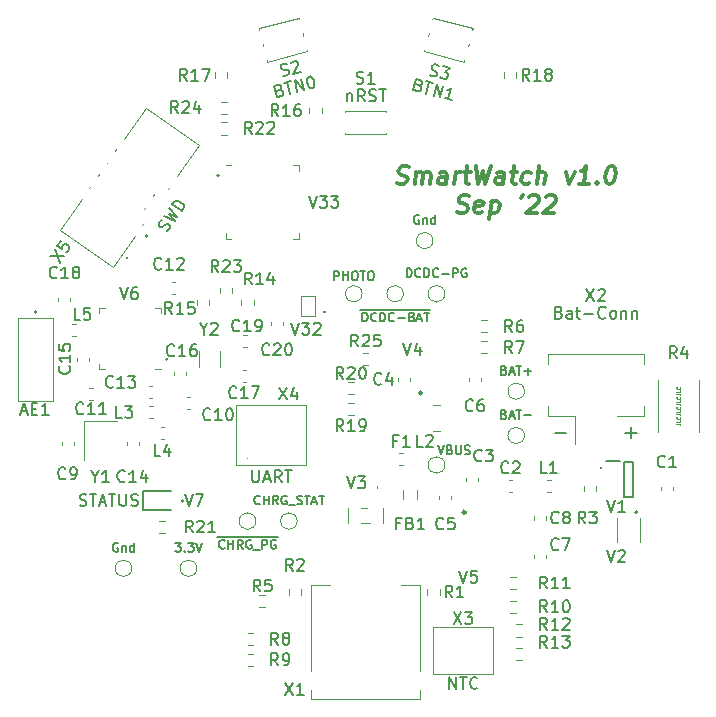
<source format=gbr>
%TF.GenerationSoftware,KiCad,Pcbnew,6.0.7+dfsg-1~bpo11+1*%
%TF.CreationDate,2022-09-06T20:28:51+02:00*%
%TF.ProjectId,pcb,7063622e-6b69-4636-9164-5f7063625858,0.1*%
%TF.SameCoordinates,Original*%
%TF.FileFunction,Legend,Top*%
%TF.FilePolarity,Positive*%
%FSLAX46Y46*%
G04 Gerber Fmt 4.6, Leading zero omitted, Abs format (unit mm)*
G04 Created by KiCad (PCBNEW 6.0.7+dfsg-1~bpo11+1) date 2022-09-06 20:28:51*
%MOMM*%
%LPD*%
G01*
G04 APERTURE LIST*
%ADD10C,0.150000*%
%ADD11C,0.062500*%
%ADD12C,0.300000*%
%ADD13C,0.120000*%
%ADD14C,0.200000*%
%ADD15C,0.250000*%
%ADD16C,0.100000*%
%ADD17C,0.160000*%
G04 APERTURE END LIST*
D10*
X172000000Y-106250000D02*
X173000000Y-106250000D01*
X170000001Y-109250000D02*
G75*
G03*
X170000001Y-109250000I-70711J0D01*
G01*
X166000000Y-106250000D02*
X167000000Y-106250000D01*
X137570711Y-84500000D02*
G75*
G03*
X137570711Y-84500000I-70711J0D01*
G01*
X133241421Y-100050000D02*
G75*
G03*
X133241421Y-100050000I-70711J0D01*
G01*
X134570711Y-112029290D02*
G75*
G03*
X134570711Y-112029290I-70711J0D01*
G01*
X131520711Y-89600000D02*
G75*
G03*
X131520711Y-89600000I-70711J0D01*
G01*
X172500000Y-106750000D02*
X172500000Y-105750000D01*
D11*
X176319285Y-105524285D02*
X176555000Y-105524285D01*
X176602142Y-105540000D01*
X176633571Y-105571428D01*
X176649285Y-105618571D01*
X176649285Y-105650000D01*
X176649285Y-105210000D02*
X176649285Y-105367142D01*
X176319285Y-105367142D01*
X176617857Y-104911428D02*
X176633571Y-104927142D01*
X176649285Y-104974285D01*
X176649285Y-105005714D01*
X176633571Y-105052857D01*
X176602142Y-105084285D01*
X176570714Y-105100000D01*
X176507857Y-105115714D01*
X176460714Y-105115714D01*
X176397857Y-105100000D01*
X176366428Y-105084285D01*
X176335000Y-105052857D01*
X176319285Y-105005714D01*
X176319285Y-104974285D01*
X176335000Y-104927142D01*
X176350714Y-104911428D01*
X176319285Y-104675714D02*
X176555000Y-104675714D01*
X176602142Y-104691428D01*
X176633571Y-104722857D01*
X176649285Y-104770000D01*
X176649285Y-104801428D01*
X176649285Y-104361428D02*
X176649285Y-104518571D01*
X176319285Y-104518571D01*
X176617857Y-104062857D02*
X176633571Y-104078571D01*
X176649285Y-104125714D01*
X176649285Y-104157142D01*
X176633571Y-104204285D01*
X176602142Y-104235714D01*
X176570714Y-104251428D01*
X176507857Y-104267142D01*
X176460714Y-104267142D01*
X176397857Y-104251428D01*
X176366428Y-104235714D01*
X176335000Y-104204285D01*
X176319285Y-104157142D01*
X176319285Y-104125714D01*
X176335000Y-104078571D01*
X176350714Y-104062857D01*
X176319285Y-103827142D02*
X176555000Y-103827142D01*
X176602142Y-103842857D01*
X176633571Y-103874285D01*
X176649285Y-103921428D01*
X176649285Y-103952857D01*
X176649285Y-103512857D02*
X176649285Y-103670000D01*
X176319285Y-103670000D01*
X176617857Y-103214285D02*
X176633571Y-103230000D01*
X176649285Y-103277142D01*
X176649285Y-103308571D01*
X176633571Y-103355714D01*
X176602142Y-103387142D01*
X176570714Y-103402857D01*
X176507857Y-103418571D01*
X176460714Y-103418571D01*
X176397857Y-103402857D01*
X176366428Y-103387142D01*
X176335000Y-103355714D01*
X176319285Y-103308571D01*
X176319285Y-103277142D01*
X176335000Y-103230000D01*
X176350714Y-103214285D01*
X176319285Y-102978571D02*
X176555000Y-102978571D01*
X176602142Y-102994285D01*
X176633571Y-103025714D01*
X176649285Y-103072857D01*
X176649285Y-103104285D01*
X176649285Y-102664285D02*
X176649285Y-102821428D01*
X176319285Y-102821428D01*
X176617857Y-102365714D02*
X176633571Y-102381428D01*
X176649285Y-102428571D01*
X176649285Y-102460000D01*
X176633571Y-102507142D01*
X176602142Y-102538571D01*
X176570714Y-102554285D01*
X176507857Y-102570000D01*
X176460714Y-102570000D01*
X176397857Y-102554285D01*
X176366428Y-102538571D01*
X176335000Y-102507142D01*
X176319285Y-102460000D01*
X176319285Y-102428571D01*
X176335000Y-102381428D01*
X176350714Y-102365714D01*
D12*
X152652633Y-85149642D02*
X152857991Y-85221071D01*
X153215133Y-85221071D01*
X153366919Y-85149642D01*
X153447276Y-85078214D01*
X153536562Y-84935357D01*
X153554419Y-84792500D01*
X153500848Y-84649642D01*
X153438348Y-84578214D01*
X153304419Y-84506785D01*
X153027633Y-84435357D01*
X152893705Y-84363928D01*
X152831205Y-84292500D01*
X152777633Y-84149642D01*
X152795491Y-84006785D01*
X152884776Y-83863928D01*
X152965133Y-83792500D01*
X153116919Y-83721071D01*
X153474062Y-83721071D01*
X153679419Y-83792500D01*
X154143705Y-85221071D02*
X154268705Y-84221071D01*
X154250848Y-84363928D02*
X154331205Y-84292500D01*
X154482991Y-84221071D01*
X154697276Y-84221071D01*
X154831205Y-84292500D01*
X154884776Y-84435357D01*
X154786562Y-85221071D01*
X154884776Y-84435357D02*
X154974062Y-84292500D01*
X155125848Y-84221071D01*
X155340133Y-84221071D01*
X155474062Y-84292500D01*
X155527633Y-84435357D01*
X155429419Y-85221071D01*
X156786562Y-85221071D02*
X156884776Y-84435357D01*
X156831205Y-84292500D01*
X156697276Y-84221071D01*
X156411562Y-84221071D01*
X156259776Y-84292500D01*
X156795491Y-85149642D02*
X156643705Y-85221071D01*
X156286562Y-85221071D01*
X156152633Y-85149642D01*
X156099062Y-85006785D01*
X156116919Y-84863928D01*
X156206205Y-84721071D01*
X156357991Y-84649642D01*
X156715133Y-84649642D01*
X156866919Y-84578214D01*
X157500848Y-85221071D02*
X157625848Y-84221071D01*
X157590133Y-84506785D02*
X157679419Y-84363928D01*
X157759776Y-84292500D01*
X157911562Y-84221071D01*
X158054419Y-84221071D01*
X158340133Y-84221071D02*
X158911562Y-84221071D01*
X158616919Y-83721071D02*
X158456205Y-85006785D01*
X158509776Y-85149642D01*
X158643705Y-85221071D01*
X158786562Y-85221071D01*
X159331205Y-83721071D02*
X159500848Y-85221071D01*
X159920491Y-84149642D01*
X160072276Y-85221071D01*
X160616919Y-83721071D01*
X161643705Y-85221071D02*
X161741919Y-84435357D01*
X161688348Y-84292500D01*
X161554419Y-84221071D01*
X161268705Y-84221071D01*
X161116919Y-84292500D01*
X161652633Y-85149642D02*
X161500848Y-85221071D01*
X161143705Y-85221071D01*
X161009776Y-85149642D01*
X160956205Y-85006785D01*
X160974062Y-84863928D01*
X161063348Y-84721071D01*
X161215133Y-84649642D01*
X161572276Y-84649642D01*
X161724062Y-84578214D01*
X162268705Y-84221071D02*
X162840133Y-84221071D01*
X162545491Y-83721071D02*
X162384776Y-85006785D01*
X162438348Y-85149642D01*
X162572276Y-85221071D01*
X162715133Y-85221071D01*
X163866919Y-85149642D02*
X163715133Y-85221071D01*
X163429419Y-85221071D01*
X163295491Y-85149642D01*
X163232991Y-85078214D01*
X163179419Y-84935357D01*
X163232991Y-84506785D01*
X163322276Y-84363928D01*
X163402633Y-84292500D01*
X163554419Y-84221071D01*
X163840133Y-84221071D01*
X163974062Y-84292500D01*
X164500848Y-85221071D02*
X164688348Y-83721071D01*
X165143705Y-85221071D02*
X165241919Y-84435357D01*
X165188348Y-84292500D01*
X165054419Y-84221071D01*
X164840133Y-84221071D01*
X164688348Y-84292500D01*
X164607991Y-84363928D01*
X166982991Y-84221071D02*
X167215133Y-85221071D01*
X167697276Y-84221071D01*
X168929419Y-85221071D02*
X168072276Y-85221071D01*
X168500848Y-85221071D02*
X168688348Y-83721071D01*
X168518705Y-83935357D01*
X168357991Y-84078214D01*
X168206205Y-84149642D01*
X169590133Y-85078214D02*
X169652633Y-85149642D01*
X169572276Y-85221071D01*
X169509776Y-85149642D01*
X169590133Y-85078214D01*
X169572276Y-85221071D01*
X170759776Y-83721071D02*
X170902633Y-83721071D01*
X171036562Y-83792500D01*
X171099062Y-83863928D01*
X171152633Y-84006785D01*
X171188348Y-84292500D01*
X171143705Y-84649642D01*
X171036562Y-84935357D01*
X170947276Y-85078214D01*
X170866919Y-85149642D01*
X170715133Y-85221071D01*
X170572276Y-85221071D01*
X170438348Y-85149642D01*
X170375848Y-85078214D01*
X170322276Y-84935357D01*
X170286562Y-84649642D01*
X170331205Y-84292500D01*
X170438348Y-84006785D01*
X170527633Y-83863928D01*
X170607991Y-83792500D01*
X170759776Y-83721071D01*
X157759776Y-87564642D02*
X157965133Y-87636071D01*
X158322276Y-87636071D01*
X158474062Y-87564642D01*
X158554419Y-87493214D01*
X158643705Y-87350357D01*
X158661562Y-87207500D01*
X158607991Y-87064642D01*
X158545491Y-86993214D01*
X158411562Y-86921785D01*
X158134776Y-86850357D01*
X158000848Y-86778928D01*
X157938348Y-86707500D01*
X157884776Y-86564642D01*
X157902633Y-86421785D01*
X157991919Y-86278928D01*
X158072276Y-86207500D01*
X158224062Y-86136071D01*
X158581205Y-86136071D01*
X158786562Y-86207500D01*
X159831205Y-87564642D02*
X159679419Y-87636071D01*
X159393705Y-87636071D01*
X159259776Y-87564642D01*
X159206205Y-87421785D01*
X159277633Y-86850357D01*
X159366919Y-86707500D01*
X159518705Y-86636071D01*
X159804419Y-86636071D01*
X159938348Y-86707500D01*
X159991919Y-86850357D01*
X159974062Y-86993214D01*
X159241919Y-87136071D01*
X160661562Y-86636071D02*
X160474062Y-88136071D01*
X160652633Y-86707500D02*
X160804419Y-86636071D01*
X161090133Y-86636071D01*
X161224062Y-86707500D01*
X161286562Y-86778928D01*
X161340133Y-86921785D01*
X161286562Y-87350357D01*
X161197276Y-87493214D01*
X161116919Y-87564642D01*
X160965133Y-87636071D01*
X160679419Y-87636071D01*
X160545491Y-87564642D01*
X163295491Y-86136071D02*
X163116919Y-86421785D01*
X163849062Y-86278928D02*
X163929419Y-86207500D01*
X164081205Y-86136071D01*
X164438348Y-86136071D01*
X164572276Y-86207500D01*
X164634776Y-86278928D01*
X164688348Y-86421785D01*
X164670491Y-86564642D01*
X164572276Y-86778928D01*
X163607991Y-87636071D01*
X164536562Y-87636071D01*
X165277633Y-86278928D02*
X165357991Y-86207500D01*
X165509776Y-86136071D01*
X165866919Y-86136071D01*
X166000848Y-86207500D01*
X166063348Y-86278928D01*
X166116919Y-86421785D01*
X166099062Y-86564642D01*
X166000848Y-86778928D01*
X165036562Y-87636071D01*
X165965133Y-87636071D01*
D10*
X125773809Y-112404761D02*
X125916666Y-112452380D01*
X126154761Y-112452380D01*
X126250000Y-112404761D01*
X126297619Y-112357142D01*
X126345238Y-112261904D01*
X126345238Y-112166666D01*
X126297619Y-112071428D01*
X126250000Y-112023809D01*
X126154761Y-111976190D01*
X125964285Y-111928571D01*
X125869047Y-111880952D01*
X125821428Y-111833333D01*
X125773809Y-111738095D01*
X125773809Y-111642857D01*
X125821428Y-111547619D01*
X125869047Y-111500000D01*
X125964285Y-111452380D01*
X126202380Y-111452380D01*
X126345238Y-111500000D01*
X126630952Y-111452380D02*
X127202380Y-111452380D01*
X126916666Y-112452380D02*
X126916666Y-111452380D01*
X127488095Y-112166666D02*
X127964285Y-112166666D01*
X127392857Y-112452380D02*
X127726190Y-111452380D01*
X128059523Y-112452380D01*
X128250000Y-111452380D02*
X128821428Y-111452380D01*
X128535714Y-112452380D02*
X128535714Y-111452380D01*
X129154761Y-111452380D02*
X129154761Y-112261904D01*
X129202380Y-112357142D01*
X129250000Y-112404761D01*
X129345238Y-112452380D01*
X129535714Y-112452380D01*
X129630952Y-112404761D01*
X129678571Y-112357142D01*
X129726190Y-112261904D01*
X129726190Y-111452380D01*
X130154761Y-112404761D02*
X130297619Y-112452380D01*
X130535714Y-112452380D01*
X130630952Y-112404761D01*
X130678571Y-112357142D01*
X130726190Y-112261904D01*
X130726190Y-112166666D01*
X130678571Y-112071428D01*
X130630952Y-112023809D01*
X130535714Y-111976190D01*
X130345238Y-111928571D01*
X130250000Y-111880952D01*
X130202380Y-111833333D01*
X130154761Y-111738095D01*
X130154761Y-111642857D01*
X130202380Y-111547619D01*
X130250000Y-111500000D01*
X130345238Y-111452380D01*
X130583333Y-111452380D01*
X130726190Y-111500000D01*
%TO.C,X5*%
X123293092Y-91281021D02*
X124494629Y-91308496D01*
X123675477Y-90734920D02*
X124112245Y-91854598D01*
X124167114Y-90032790D02*
X123893982Y-90422862D01*
X124256741Y-90735001D01*
X124245047Y-90668680D01*
X124260666Y-90563353D01*
X124397232Y-90368317D01*
X124490866Y-90317615D01*
X124557186Y-90305921D01*
X124662514Y-90321540D01*
X124857550Y-90458106D01*
X124908251Y-90551740D01*
X124919945Y-90618060D01*
X124904326Y-90723388D01*
X124767760Y-90918424D01*
X124674127Y-90969125D01*
X124607806Y-90980819D01*
X133157136Y-89227868D02*
X133278083Y-89138159D01*
X133414648Y-88943123D01*
X133430268Y-88837795D01*
X133418573Y-88771475D01*
X133367872Y-88677841D01*
X133289858Y-88623215D01*
X133184530Y-88607596D01*
X133118210Y-88619290D01*
X133024576Y-88669991D01*
X132876316Y-88798707D01*
X132782683Y-88849408D01*
X132716362Y-88861103D01*
X132611035Y-88845483D01*
X132533020Y-88790857D01*
X132482319Y-88697224D01*
X132470625Y-88630903D01*
X132486244Y-88525576D01*
X132622810Y-88330539D01*
X132743756Y-88240831D01*
X132895941Y-87940467D02*
X133851659Y-88319007D01*
X133375803Y-87753281D01*
X134070164Y-88006949D01*
X133387578Y-87238337D01*
X134425235Y-87499855D02*
X133606083Y-86926279D01*
X133742649Y-86731242D01*
X133863596Y-86641534D01*
X133996237Y-86618146D01*
X134101564Y-86633765D01*
X134284907Y-86704010D01*
X134401928Y-86785950D01*
X134530644Y-86934210D01*
X134581345Y-87027843D01*
X134604734Y-87160484D01*
X134561801Y-87304819D01*
X134425235Y-87499855D01*
%TO.C,V7*%
X134690476Y-111452380D02*
X135023809Y-112452380D01*
X135357142Y-111452380D01*
X135595238Y-111452380D02*
X136261904Y-111452380D01*
X135833333Y-112452380D01*
%TO.C,Y2*%
X136273809Y-97476190D02*
X136273809Y-97952380D01*
X135940476Y-96952380D02*
X136273809Y-97476190D01*
X136607142Y-96952380D01*
X136892857Y-97047619D02*
X136940476Y-97000000D01*
X137035714Y-96952380D01*
X137273809Y-96952380D01*
X137369047Y-97000000D01*
X137416666Y-97047619D01*
X137464285Y-97142857D01*
X137464285Y-97238095D01*
X137416666Y-97380952D01*
X136845238Y-97952380D01*
X137464285Y-97952380D01*
%TO.C,V5*%
X157940476Y-117952380D02*
X158273809Y-118952380D01*
X158607142Y-117952380D01*
X159416666Y-117952380D02*
X158940476Y-117952380D01*
X158892857Y-118428571D01*
X158940476Y-118380952D01*
X159035714Y-118333333D01*
X159273809Y-118333333D01*
X159369047Y-118380952D01*
X159416666Y-118428571D01*
X159464285Y-118523809D01*
X159464285Y-118761904D01*
X159416666Y-118857142D01*
X159369047Y-118904761D01*
X159273809Y-118952380D01*
X159035714Y-118952380D01*
X158940476Y-118904761D01*
X158892857Y-118857142D01*
%TO.C,C10*%
X136857142Y-105107142D02*
X136809523Y-105154761D01*
X136666666Y-105202380D01*
X136571428Y-105202380D01*
X136428571Y-105154761D01*
X136333333Y-105059523D01*
X136285714Y-104964285D01*
X136238095Y-104773809D01*
X136238095Y-104630952D01*
X136285714Y-104440476D01*
X136333333Y-104345238D01*
X136428571Y-104250000D01*
X136571428Y-104202380D01*
X136666666Y-104202380D01*
X136809523Y-104250000D01*
X136857142Y-104297619D01*
X137809523Y-105202380D02*
X137238095Y-105202380D01*
X137523809Y-105202380D02*
X137523809Y-104202380D01*
X137428571Y-104345238D01*
X137333333Y-104440476D01*
X137238095Y-104488095D01*
X138428571Y-104202380D02*
X138523809Y-104202380D01*
X138619047Y-104250000D01*
X138666666Y-104297619D01*
X138714285Y-104392857D01*
X138761904Y-104583333D01*
X138761904Y-104821428D01*
X138714285Y-105011904D01*
X138666666Y-105107142D01*
X138619047Y-105154761D01*
X138523809Y-105202380D01*
X138428571Y-105202380D01*
X138333333Y-105154761D01*
X138285714Y-105107142D01*
X138238095Y-105011904D01*
X138190476Y-104821428D01*
X138190476Y-104583333D01*
X138238095Y-104392857D01*
X138285714Y-104297619D01*
X138333333Y-104250000D01*
X138428571Y-104202380D01*
%TO.C,TP2*%
X154517857Y-87875000D02*
X154446428Y-87839285D01*
X154339285Y-87839285D01*
X154232142Y-87875000D01*
X154160714Y-87946428D01*
X154125000Y-88017857D01*
X154089285Y-88160714D01*
X154089285Y-88267857D01*
X154125000Y-88410714D01*
X154160714Y-88482142D01*
X154232142Y-88553571D01*
X154339285Y-88589285D01*
X154410714Y-88589285D01*
X154517857Y-88553571D01*
X154553571Y-88517857D01*
X154553571Y-88267857D01*
X154410714Y-88267857D01*
X154875000Y-88089285D02*
X154875000Y-88589285D01*
X154875000Y-88160714D02*
X154910714Y-88125000D01*
X154982142Y-88089285D01*
X155089285Y-88089285D01*
X155160714Y-88125000D01*
X155196428Y-88196428D01*
X155196428Y-88589285D01*
X155875000Y-88589285D02*
X155875000Y-87839285D01*
X155875000Y-88553571D02*
X155803571Y-88589285D01*
X155660714Y-88589285D01*
X155589285Y-88553571D01*
X155553571Y-88517857D01*
X155517857Y-88446428D01*
X155517857Y-88232142D01*
X155553571Y-88160714D01*
X155589285Y-88125000D01*
X155660714Y-88089285D01*
X155803571Y-88089285D01*
X155875000Y-88125000D01*
%TO.C,X2*%
X168690476Y-94102380D02*
X169357142Y-95102380D01*
X169357142Y-94102380D02*
X168690476Y-95102380D01*
X169690476Y-94197619D02*
X169738095Y-94150000D01*
X169833333Y-94102380D01*
X170071428Y-94102380D01*
X170166666Y-94150000D01*
X170214285Y-94197619D01*
X170261904Y-94292857D01*
X170261904Y-94388095D01*
X170214285Y-94530952D01*
X169642857Y-95102380D01*
X170261904Y-95102380D01*
X166357142Y-96078571D02*
X166500000Y-96126190D01*
X166547619Y-96173809D01*
X166595238Y-96269047D01*
X166595238Y-96411904D01*
X166547619Y-96507142D01*
X166500000Y-96554761D01*
X166404761Y-96602380D01*
X166023809Y-96602380D01*
X166023809Y-95602380D01*
X166357142Y-95602380D01*
X166452380Y-95650000D01*
X166500000Y-95697619D01*
X166547619Y-95792857D01*
X166547619Y-95888095D01*
X166500000Y-95983333D01*
X166452380Y-96030952D01*
X166357142Y-96078571D01*
X166023809Y-96078571D01*
X167452380Y-96602380D02*
X167452380Y-96078571D01*
X167404761Y-95983333D01*
X167309523Y-95935714D01*
X167119047Y-95935714D01*
X167023809Y-95983333D01*
X167452380Y-96554761D02*
X167357142Y-96602380D01*
X167119047Y-96602380D01*
X167023809Y-96554761D01*
X166976190Y-96459523D01*
X166976190Y-96364285D01*
X167023809Y-96269047D01*
X167119047Y-96221428D01*
X167357142Y-96221428D01*
X167452380Y-96173809D01*
X167785714Y-95935714D02*
X168166666Y-95935714D01*
X167928571Y-95602380D02*
X167928571Y-96459523D01*
X167976190Y-96554761D01*
X168071428Y-96602380D01*
X168166666Y-96602380D01*
X168500000Y-96221428D02*
X169261904Y-96221428D01*
X170309523Y-96507142D02*
X170261904Y-96554761D01*
X170119047Y-96602380D01*
X170023809Y-96602380D01*
X169880952Y-96554761D01*
X169785714Y-96459523D01*
X169738095Y-96364285D01*
X169690476Y-96173809D01*
X169690476Y-96030952D01*
X169738095Y-95840476D01*
X169785714Y-95745238D01*
X169880952Y-95650000D01*
X170023809Y-95602380D01*
X170119047Y-95602380D01*
X170261904Y-95650000D01*
X170309523Y-95697619D01*
X170880952Y-96602380D02*
X170785714Y-96554761D01*
X170738095Y-96507142D01*
X170690476Y-96411904D01*
X170690476Y-96126190D01*
X170738095Y-96030952D01*
X170785714Y-95983333D01*
X170880952Y-95935714D01*
X171023809Y-95935714D01*
X171119047Y-95983333D01*
X171166666Y-96030952D01*
X171214285Y-96126190D01*
X171214285Y-96411904D01*
X171166666Y-96507142D01*
X171119047Y-96554761D01*
X171023809Y-96602380D01*
X170880952Y-96602380D01*
X171642857Y-95935714D02*
X171642857Y-96602380D01*
X171642857Y-96030952D02*
X171690476Y-95983333D01*
X171785714Y-95935714D01*
X171928571Y-95935714D01*
X172023809Y-95983333D01*
X172071428Y-96078571D01*
X172071428Y-96602380D01*
X172547619Y-95935714D02*
X172547619Y-96602380D01*
X172547619Y-96030952D02*
X172595238Y-95983333D01*
X172690476Y-95935714D01*
X172833333Y-95935714D01*
X172928571Y-95983333D01*
X172976190Y-96078571D01*
X172976190Y-96602380D01*
%TO.C,R25*%
X149357142Y-98952380D02*
X149023809Y-98476190D01*
X148785714Y-98952380D02*
X148785714Y-97952380D01*
X149166666Y-97952380D01*
X149261904Y-98000000D01*
X149309523Y-98047619D01*
X149357142Y-98142857D01*
X149357142Y-98285714D01*
X149309523Y-98380952D01*
X149261904Y-98428571D01*
X149166666Y-98476190D01*
X148785714Y-98476190D01*
X149738095Y-98047619D02*
X149785714Y-98000000D01*
X149880952Y-97952380D01*
X150119047Y-97952380D01*
X150214285Y-98000000D01*
X150261904Y-98047619D01*
X150309523Y-98142857D01*
X150309523Y-98238095D01*
X150261904Y-98380952D01*
X149690476Y-98952380D01*
X150309523Y-98952380D01*
X151214285Y-97952380D02*
X150738095Y-97952380D01*
X150690476Y-98428571D01*
X150738095Y-98380952D01*
X150833333Y-98333333D01*
X151071428Y-98333333D01*
X151166666Y-98380952D01*
X151214285Y-98428571D01*
X151261904Y-98523809D01*
X151261904Y-98761904D01*
X151214285Y-98857142D01*
X151166666Y-98904761D01*
X151071428Y-98952380D01*
X150833333Y-98952380D01*
X150738095Y-98904761D01*
X150690476Y-98857142D01*
%TO.C,V32*%
X143714285Y-96952380D02*
X144047619Y-97952380D01*
X144380952Y-96952380D01*
X144619047Y-96952380D02*
X145238095Y-96952380D01*
X144904761Y-97333333D01*
X145047619Y-97333333D01*
X145142857Y-97380952D01*
X145190476Y-97428571D01*
X145238095Y-97523809D01*
X145238095Y-97761904D01*
X145190476Y-97857142D01*
X145142857Y-97904761D01*
X145047619Y-97952380D01*
X144761904Y-97952380D01*
X144666666Y-97904761D01*
X144619047Y-97857142D01*
X145619047Y-97047619D02*
X145666666Y-97000000D01*
X145761904Y-96952380D01*
X146000000Y-96952380D01*
X146095238Y-97000000D01*
X146142857Y-97047619D01*
X146190476Y-97142857D01*
X146190476Y-97238095D01*
X146142857Y-97380952D01*
X145571428Y-97952380D01*
X146190476Y-97952380D01*
%TO.C,C5*%
X156583333Y-114357142D02*
X156535714Y-114404761D01*
X156392857Y-114452380D01*
X156297619Y-114452380D01*
X156154761Y-114404761D01*
X156059523Y-114309523D01*
X156011904Y-114214285D01*
X155964285Y-114023809D01*
X155964285Y-113880952D01*
X156011904Y-113690476D01*
X156059523Y-113595238D01*
X156154761Y-113500000D01*
X156297619Y-113452380D01*
X156392857Y-113452380D01*
X156535714Y-113500000D01*
X156583333Y-113547619D01*
X157488095Y-113452380D02*
X157011904Y-113452380D01*
X156964285Y-113928571D01*
X157011904Y-113880952D01*
X157107142Y-113833333D01*
X157345238Y-113833333D01*
X157440476Y-113880952D01*
X157488095Y-113928571D01*
X157535714Y-114023809D01*
X157535714Y-114261904D01*
X157488095Y-114357142D01*
X157440476Y-114404761D01*
X157345238Y-114452380D01*
X157107142Y-114452380D01*
X157011904Y-114404761D01*
X156964285Y-114357142D01*
%TO.C,R23*%
X137533142Y-92654380D02*
X137199809Y-92178190D01*
X136961714Y-92654380D02*
X136961714Y-91654380D01*
X137342666Y-91654380D01*
X137437904Y-91702000D01*
X137485523Y-91749619D01*
X137533142Y-91844857D01*
X137533142Y-91987714D01*
X137485523Y-92082952D01*
X137437904Y-92130571D01*
X137342666Y-92178190D01*
X136961714Y-92178190D01*
X137914095Y-91749619D02*
X137961714Y-91702000D01*
X138056952Y-91654380D01*
X138295047Y-91654380D01*
X138390285Y-91702000D01*
X138437904Y-91749619D01*
X138485523Y-91844857D01*
X138485523Y-91940095D01*
X138437904Y-92082952D01*
X137866476Y-92654380D01*
X138485523Y-92654380D01*
X138818857Y-91654380D02*
X139437904Y-91654380D01*
X139104571Y-92035333D01*
X139247428Y-92035333D01*
X139342666Y-92082952D01*
X139390285Y-92130571D01*
X139437904Y-92225809D01*
X139437904Y-92463904D01*
X139390285Y-92559142D01*
X139342666Y-92606761D01*
X139247428Y-92654380D01*
X138961714Y-92654380D01*
X138866476Y-92606761D01*
X138818857Y-92559142D01*
%TO.C,R7*%
X162393333Y-99512380D02*
X162060000Y-99036190D01*
X161821904Y-99512380D02*
X161821904Y-98512380D01*
X162202857Y-98512380D01*
X162298095Y-98560000D01*
X162345714Y-98607619D01*
X162393333Y-98702857D01*
X162393333Y-98845714D01*
X162345714Y-98940952D01*
X162298095Y-98988571D01*
X162202857Y-99036190D01*
X161821904Y-99036190D01*
X162726666Y-98512380D02*
X163393333Y-98512380D01*
X162964761Y-99512380D01*
%TO.C,TP10*%
X137446428Y-115127500D02*
X138196428Y-115127500D01*
X138053571Y-116017857D02*
X138017857Y-116053571D01*
X137910714Y-116089285D01*
X137839285Y-116089285D01*
X137732142Y-116053571D01*
X137660714Y-115982142D01*
X137625000Y-115910714D01*
X137589285Y-115767857D01*
X137589285Y-115660714D01*
X137625000Y-115517857D01*
X137660714Y-115446428D01*
X137732142Y-115375000D01*
X137839285Y-115339285D01*
X137910714Y-115339285D01*
X138017857Y-115375000D01*
X138053571Y-115410714D01*
X138196428Y-115127500D02*
X138982142Y-115127500D01*
X138375000Y-116089285D02*
X138375000Y-115339285D01*
X138375000Y-115696428D02*
X138803571Y-115696428D01*
X138803571Y-116089285D02*
X138803571Y-115339285D01*
X138982142Y-115127500D02*
X139732142Y-115127500D01*
X139589285Y-116089285D02*
X139339285Y-115732142D01*
X139160714Y-116089285D02*
X139160714Y-115339285D01*
X139446428Y-115339285D01*
X139517857Y-115375000D01*
X139553571Y-115410714D01*
X139589285Y-115482142D01*
X139589285Y-115589285D01*
X139553571Y-115660714D01*
X139517857Y-115696428D01*
X139446428Y-115732142D01*
X139160714Y-115732142D01*
X139732142Y-115127500D02*
X140482142Y-115127500D01*
X140303571Y-115375000D02*
X140232142Y-115339285D01*
X140125000Y-115339285D01*
X140017857Y-115375000D01*
X139946428Y-115446428D01*
X139910714Y-115517857D01*
X139875000Y-115660714D01*
X139875000Y-115767857D01*
X139910714Y-115910714D01*
X139946428Y-115982142D01*
X140017857Y-116053571D01*
X140125000Y-116089285D01*
X140196428Y-116089285D01*
X140303571Y-116053571D01*
X140339285Y-116017857D01*
X140339285Y-115767857D01*
X140196428Y-115767857D01*
X140482142Y-115127500D02*
X141053571Y-115127500D01*
X140482142Y-116160714D02*
X141053571Y-116160714D01*
X141053571Y-115127500D02*
X141803571Y-115127500D01*
X141232142Y-116089285D02*
X141232142Y-115339285D01*
X141517857Y-115339285D01*
X141589285Y-115375000D01*
X141625000Y-115410714D01*
X141660714Y-115482142D01*
X141660714Y-115589285D01*
X141625000Y-115660714D01*
X141589285Y-115696428D01*
X141517857Y-115732142D01*
X141232142Y-115732142D01*
X141803571Y-115127500D02*
X142553571Y-115127500D01*
X142375000Y-115375000D02*
X142303571Y-115339285D01*
X142196428Y-115339285D01*
X142089285Y-115375000D01*
X142017857Y-115446428D01*
X141982142Y-115517857D01*
X141946428Y-115660714D01*
X141946428Y-115767857D01*
X141982142Y-115910714D01*
X142017857Y-115982142D01*
X142089285Y-116053571D01*
X142196428Y-116089285D01*
X142267857Y-116089285D01*
X142375000Y-116053571D01*
X142410714Y-116017857D01*
X142410714Y-115767857D01*
X142267857Y-115767857D01*
%TO.C,C20*%
X141857142Y-99607142D02*
X141809523Y-99654761D01*
X141666666Y-99702380D01*
X141571428Y-99702380D01*
X141428571Y-99654761D01*
X141333333Y-99559523D01*
X141285714Y-99464285D01*
X141238095Y-99273809D01*
X141238095Y-99130952D01*
X141285714Y-98940476D01*
X141333333Y-98845238D01*
X141428571Y-98750000D01*
X141571428Y-98702380D01*
X141666666Y-98702380D01*
X141809523Y-98750000D01*
X141857142Y-98797619D01*
X142238095Y-98797619D02*
X142285714Y-98750000D01*
X142380952Y-98702380D01*
X142619047Y-98702380D01*
X142714285Y-98750000D01*
X142761904Y-98797619D01*
X142809523Y-98892857D01*
X142809523Y-98988095D01*
X142761904Y-99130952D01*
X142190476Y-99702380D01*
X142809523Y-99702380D01*
X143428571Y-98702380D02*
X143523809Y-98702380D01*
X143619047Y-98750000D01*
X143666666Y-98797619D01*
X143714285Y-98892857D01*
X143761904Y-99083333D01*
X143761904Y-99321428D01*
X143714285Y-99511904D01*
X143666666Y-99607142D01*
X143619047Y-99654761D01*
X143523809Y-99702380D01*
X143428571Y-99702380D01*
X143333333Y-99654761D01*
X143285714Y-99607142D01*
X143238095Y-99511904D01*
X143190476Y-99321428D01*
X143190476Y-99083333D01*
X143238095Y-98892857D01*
X143285714Y-98797619D01*
X143333333Y-98750000D01*
X143428571Y-98702380D01*
%TO.C,R18*%
X163857142Y-76452380D02*
X163523809Y-75976190D01*
X163285714Y-76452380D02*
X163285714Y-75452380D01*
X163666666Y-75452380D01*
X163761904Y-75500000D01*
X163809523Y-75547619D01*
X163857142Y-75642857D01*
X163857142Y-75785714D01*
X163809523Y-75880952D01*
X163761904Y-75928571D01*
X163666666Y-75976190D01*
X163285714Y-75976190D01*
X164809523Y-76452380D02*
X164238095Y-76452380D01*
X164523809Y-76452380D02*
X164523809Y-75452380D01*
X164428571Y-75595238D01*
X164333333Y-75690476D01*
X164238095Y-75738095D01*
X165380952Y-75880952D02*
X165285714Y-75833333D01*
X165238095Y-75785714D01*
X165190476Y-75690476D01*
X165190476Y-75642857D01*
X165238095Y-75547619D01*
X165285714Y-75500000D01*
X165380952Y-75452380D01*
X165571428Y-75452380D01*
X165666666Y-75500000D01*
X165714285Y-75547619D01*
X165761904Y-75642857D01*
X165761904Y-75690476D01*
X165714285Y-75785714D01*
X165666666Y-75833333D01*
X165571428Y-75880952D01*
X165380952Y-75880952D01*
X165285714Y-75928571D01*
X165238095Y-75976190D01*
X165190476Y-76071428D01*
X165190476Y-76261904D01*
X165238095Y-76357142D01*
X165285714Y-76404761D01*
X165380952Y-76452380D01*
X165571428Y-76452380D01*
X165666666Y-76404761D01*
X165714285Y-76357142D01*
X165761904Y-76261904D01*
X165761904Y-76071428D01*
X165714285Y-75976190D01*
X165666666Y-75928571D01*
X165571428Y-75880952D01*
%TO.C,R1*%
X157333333Y-120202380D02*
X157000000Y-119726190D01*
X156761904Y-120202380D02*
X156761904Y-119202380D01*
X157142857Y-119202380D01*
X157238095Y-119250000D01*
X157285714Y-119297619D01*
X157333333Y-119392857D01*
X157333333Y-119535714D01*
X157285714Y-119630952D01*
X157238095Y-119678571D01*
X157142857Y-119726190D01*
X156761904Y-119726190D01*
X158285714Y-120202380D02*
X157714285Y-120202380D01*
X158000000Y-120202380D02*
X158000000Y-119202380D01*
X157904761Y-119345238D01*
X157809523Y-119440476D01*
X157714285Y-119488095D01*
%TO.C,S3*%
X155411019Y-75951103D02*
X155537403Y-76032974D01*
X155767914Y-76092588D01*
X155872042Y-76070332D01*
X155930067Y-76036152D01*
X156000015Y-75955871D01*
X156023860Y-75863666D01*
X156001604Y-75759539D01*
X155967424Y-75701513D01*
X155887143Y-75631566D01*
X155714657Y-75537772D01*
X155634375Y-75467824D01*
X155600195Y-75409799D01*
X155577939Y-75305671D01*
X155601785Y-75213467D01*
X155671733Y-75133185D01*
X155729758Y-75099006D01*
X155833885Y-75076749D01*
X156064396Y-75136363D01*
X156190780Y-75218234D01*
X156525419Y-75255592D02*
X157124749Y-75410589D01*
X156706650Y-75695947D01*
X156844957Y-75731716D01*
X156925238Y-75801664D01*
X156959418Y-75859689D01*
X156981674Y-75963816D01*
X156922060Y-76194328D01*
X156852112Y-76274609D01*
X156794087Y-76308789D01*
X156689960Y-76331045D01*
X156413346Y-76259508D01*
X156333064Y-76189560D01*
X156298885Y-76131535D01*
X154500071Y-76852967D02*
X154626455Y-76934837D01*
X154660635Y-76992862D01*
X154682891Y-77096990D01*
X154647123Y-77235297D01*
X154577175Y-77315578D01*
X154519150Y-77349758D01*
X154415022Y-77372014D01*
X154046204Y-77276631D01*
X154296584Y-76308484D01*
X154619300Y-76391944D01*
X154699582Y-76461892D01*
X154733761Y-76519917D01*
X154756018Y-76624044D01*
X154732172Y-76716249D01*
X154662224Y-76796531D01*
X154604199Y-76830710D01*
X154500071Y-76852967D01*
X154177356Y-76769507D01*
X155126425Y-76523095D02*
X155679652Y-76666170D01*
X155152659Y-77562780D02*
X155403039Y-76594632D01*
X155751988Y-77717777D02*
X156002368Y-76749630D01*
X156305215Y-77860851D01*
X156555595Y-76892704D01*
X157273363Y-78111231D02*
X156720136Y-77968157D01*
X156996749Y-78039694D02*
X157247129Y-77071547D01*
X157119156Y-77186008D01*
X157003106Y-77254367D01*
X156898979Y-77276623D01*
%TO.C,C16*%
X133794590Y-99691432D02*
X133746971Y-99739051D01*
X133604114Y-99786670D01*
X133508876Y-99786670D01*
X133366019Y-99739051D01*
X133270781Y-99643813D01*
X133223162Y-99548575D01*
X133175543Y-99358099D01*
X133175543Y-99215242D01*
X133223162Y-99024766D01*
X133270781Y-98929528D01*
X133366019Y-98834290D01*
X133508876Y-98786670D01*
X133604114Y-98786670D01*
X133746971Y-98834290D01*
X133794590Y-98881909D01*
X134746971Y-99786670D02*
X134175543Y-99786670D01*
X134461257Y-99786670D02*
X134461257Y-98786670D01*
X134366019Y-98929528D01*
X134270781Y-99024766D01*
X134175543Y-99072385D01*
X135604114Y-98786670D02*
X135413638Y-98786670D01*
X135318400Y-98834290D01*
X135270781Y-98881909D01*
X135175543Y-99024766D01*
X135127924Y-99215242D01*
X135127924Y-99596194D01*
X135175543Y-99691432D01*
X135223162Y-99739051D01*
X135318400Y-99786670D01*
X135508876Y-99786670D01*
X135604114Y-99739051D01*
X135651733Y-99691432D01*
X135699352Y-99596194D01*
X135699352Y-99358099D01*
X135651733Y-99262861D01*
X135604114Y-99215242D01*
X135508876Y-99167623D01*
X135318400Y-99167623D01*
X135223162Y-99215242D01*
X135175543Y-99262861D01*
X135127924Y-99358099D01*
%TO.C,V6*%
X129190476Y-93952380D02*
X129523809Y-94952380D01*
X129857142Y-93952380D01*
X130619047Y-93952380D02*
X130428571Y-93952380D01*
X130333333Y-94000000D01*
X130285714Y-94047619D01*
X130190476Y-94190476D01*
X130142857Y-94380952D01*
X130142857Y-94761904D01*
X130190476Y-94857142D01*
X130238095Y-94904761D01*
X130333333Y-94952380D01*
X130523809Y-94952380D01*
X130619047Y-94904761D01*
X130666666Y-94857142D01*
X130714285Y-94761904D01*
X130714285Y-94523809D01*
X130666666Y-94428571D01*
X130619047Y-94380952D01*
X130523809Y-94333333D01*
X130333333Y-94333333D01*
X130238095Y-94380952D01*
X130190476Y-94428571D01*
X130142857Y-94523809D01*
%TO.C,R13*%
X165357142Y-124452380D02*
X165023809Y-123976190D01*
X164785714Y-124452380D02*
X164785714Y-123452380D01*
X165166666Y-123452380D01*
X165261904Y-123500000D01*
X165309523Y-123547619D01*
X165357142Y-123642857D01*
X165357142Y-123785714D01*
X165309523Y-123880952D01*
X165261904Y-123928571D01*
X165166666Y-123976190D01*
X164785714Y-123976190D01*
X166309523Y-124452380D02*
X165738095Y-124452380D01*
X166023809Y-124452380D02*
X166023809Y-123452380D01*
X165928571Y-123595238D01*
X165833333Y-123690476D01*
X165738095Y-123738095D01*
X166642857Y-123452380D02*
X167261904Y-123452380D01*
X166928571Y-123833333D01*
X167071428Y-123833333D01*
X167166666Y-123880952D01*
X167214285Y-123928571D01*
X167261904Y-124023809D01*
X167261904Y-124261904D01*
X167214285Y-124357142D01*
X167166666Y-124404761D01*
X167071428Y-124452380D01*
X166785714Y-124452380D01*
X166690476Y-124404761D01*
X166642857Y-124357142D01*
%TO.C,C9*%
X124583333Y-110107142D02*
X124535714Y-110154761D01*
X124392857Y-110202380D01*
X124297619Y-110202380D01*
X124154761Y-110154761D01*
X124059523Y-110059523D01*
X124011904Y-109964285D01*
X123964285Y-109773809D01*
X123964285Y-109630952D01*
X124011904Y-109440476D01*
X124059523Y-109345238D01*
X124154761Y-109250000D01*
X124297619Y-109202380D01*
X124392857Y-109202380D01*
X124535714Y-109250000D01*
X124583333Y-109297619D01*
X125059523Y-110202380D02*
X125250000Y-110202380D01*
X125345238Y-110154761D01*
X125392857Y-110107142D01*
X125488095Y-109964285D01*
X125535714Y-109773809D01*
X125535714Y-109392857D01*
X125488095Y-109297619D01*
X125440476Y-109250000D01*
X125345238Y-109202380D01*
X125154761Y-109202380D01*
X125059523Y-109250000D01*
X125011904Y-109297619D01*
X124964285Y-109392857D01*
X124964285Y-109630952D01*
X125011904Y-109726190D01*
X125059523Y-109773809D01*
X125154761Y-109821428D01*
X125345238Y-109821428D01*
X125440476Y-109773809D01*
X125488095Y-109726190D01*
X125535714Y-109630952D01*
%TO.C,R17*%
X134857142Y-76452380D02*
X134523809Y-75976190D01*
X134285714Y-76452380D02*
X134285714Y-75452380D01*
X134666666Y-75452380D01*
X134761904Y-75500000D01*
X134809523Y-75547619D01*
X134857142Y-75642857D01*
X134857142Y-75785714D01*
X134809523Y-75880952D01*
X134761904Y-75928571D01*
X134666666Y-75976190D01*
X134285714Y-75976190D01*
X135809523Y-76452380D02*
X135238095Y-76452380D01*
X135523809Y-76452380D02*
X135523809Y-75452380D01*
X135428571Y-75595238D01*
X135333333Y-75690476D01*
X135238095Y-75738095D01*
X136142857Y-75452380D02*
X136809523Y-75452380D01*
X136380952Y-76452380D01*
%TO.C,TP6*%
X129017857Y-115625000D02*
X128946428Y-115589285D01*
X128839285Y-115589285D01*
X128732142Y-115625000D01*
X128660714Y-115696428D01*
X128625000Y-115767857D01*
X128589285Y-115910714D01*
X128589285Y-116017857D01*
X128625000Y-116160714D01*
X128660714Y-116232142D01*
X128732142Y-116303571D01*
X128839285Y-116339285D01*
X128910714Y-116339285D01*
X129017857Y-116303571D01*
X129053571Y-116267857D01*
X129053571Y-116017857D01*
X128910714Y-116017857D01*
X129375000Y-115839285D02*
X129375000Y-116339285D01*
X129375000Y-115910714D02*
X129410714Y-115875000D01*
X129482142Y-115839285D01*
X129589285Y-115839285D01*
X129660714Y-115875000D01*
X129696428Y-115946428D01*
X129696428Y-116339285D01*
X130375000Y-116339285D02*
X130375000Y-115589285D01*
X130375000Y-116303571D02*
X130303571Y-116339285D01*
X130160714Y-116339285D01*
X130089285Y-116303571D01*
X130053571Y-116267857D01*
X130017857Y-116196428D01*
X130017857Y-115982142D01*
X130053571Y-115910714D01*
X130089285Y-115875000D01*
X130160714Y-115839285D01*
X130303571Y-115839285D01*
X130375000Y-115875000D01*
%TO.C,R20*%
X148107142Y-101702380D02*
X147773809Y-101226190D01*
X147535714Y-101702380D02*
X147535714Y-100702380D01*
X147916666Y-100702380D01*
X148011904Y-100750000D01*
X148059523Y-100797619D01*
X148107142Y-100892857D01*
X148107142Y-101035714D01*
X148059523Y-101130952D01*
X148011904Y-101178571D01*
X147916666Y-101226190D01*
X147535714Y-101226190D01*
X148488095Y-100797619D02*
X148535714Y-100750000D01*
X148630952Y-100702380D01*
X148869047Y-100702380D01*
X148964285Y-100750000D01*
X149011904Y-100797619D01*
X149059523Y-100892857D01*
X149059523Y-100988095D01*
X149011904Y-101130952D01*
X148440476Y-101702380D01*
X149059523Y-101702380D01*
X149678571Y-100702380D02*
X149773809Y-100702380D01*
X149869047Y-100750000D01*
X149916666Y-100797619D01*
X149964285Y-100892857D01*
X150011904Y-101083333D01*
X150011904Y-101321428D01*
X149964285Y-101511904D01*
X149916666Y-101607142D01*
X149869047Y-101654761D01*
X149773809Y-101702380D01*
X149678571Y-101702380D01*
X149583333Y-101654761D01*
X149535714Y-101607142D01*
X149488095Y-101511904D01*
X149440476Y-101321428D01*
X149440476Y-101083333D01*
X149488095Y-100892857D01*
X149535714Y-100797619D01*
X149583333Y-100750000D01*
X149678571Y-100702380D01*
%TO.C,R2*%
X143833333Y-117952380D02*
X143500000Y-117476190D01*
X143261904Y-117952380D02*
X143261904Y-116952380D01*
X143642857Y-116952380D01*
X143738095Y-117000000D01*
X143785714Y-117047619D01*
X143833333Y-117142857D01*
X143833333Y-117285714D01*
X143785714Y-117380952D01*
X143738095Y-117428571D01*
X143642857Y-117476190D01*
X143261904Y-117476190D01*
X144214285Y-117047619D02*
X144261904Y-117000000D01*
X144357142Y-116952380D01*
X144595238Y-116952380D01*
X144690476Y-117000000D01*
X144738095Y-117047619D01*
X144785714Y-117142857D01*
X144785714Y-117238095D01*
X144738095Y-117380952D01*
X144166666Y-117952380D01*
X144785714Y-117952380D01*
%TO.C,X1*%
X143190476Y-127452380D02*
X143857142Y-128452380D01*
X143857142Y-127452380D02*
X143190476Y-128452380D01*
X144761904Y-128452380D02*
X144190476Y-128452380D01*
X144476190Y-128452380D02*
X144476190Y-127452380D01*
X144380952Y-127595238D01*
X144285714Y-127690476D01*
X144190476Y-127738095D01*
%TO.C,L2*%
X154833333Y-107452380D02*
X154357142Y-107452380D01*
X154357142Y-106452380D01*
X155119047Y-106547619D02*
X155166666Y-106500000D01*
X155261904Y-106452380D01*
X155500000Y-106452380D01*
X155595238Y-106500000D01*
X155642857Y-106547619D01*
X155690476Y-106642857D01*
X155690476Y-106738095D01*
X155642857Y-106880952D01*
X155071428Y-107452380D01*
X155690476Y-107452380D01*
%TO.C,TP4*%
X161732142Y-104696428D02*
X161839285Y-104732142D01*
X161875000Y-104767857D01*
X161910714Y-104839285D01*
X161910714Y-104946428D01*
X161875000Y-105017857D01*
X161839285Y-105053571D01*
X161767857Y-105089285D01*
X161482142Y-105089285D01*
X161482142Y-104339285D01*
X161732142Y-104339285D01*
X161803571Y-104375000D01*
X161839285Y-104410714D01*
X161875000Y-104482142D01*
X161875000Y-104553571D01*
X161839285Y-104625000D01*
X161803571Y-104660714D01*
X161732142Y-104696428D01*
X161482142Y-104696428D01*
X162196428Y-104875000D02*
X162553571Y-104875000D01*
X162125000Y-105089285D02*
X162375000Y-104339285D01*
X162625000Y-105089285D01*
X162767857Y-104339285D02*
X163196428Y-104339285D01*
X162982142Y-105089285D02*
X162982142Y-104339285D01*
X163446428Y-104803571D02*
X164017857Y-104803571D01*
%TO.C,S1*%
X149238095Y-76654761D02*
X149380952Y-76702380D01*
X149619047Y-76702380D01*
X149714285Y-76654761D01*
X149761904Y-76607142D01*
X149809523Y-76511904D01*
X149809523Y-76416666D01*
X149761904Y-76321428D01*
X149714285Y-76273809D01*
X149619047Y-76226190D01*
X149428571Y-76178571D01*
X149333333Y-76130952D01*
X149285714Y-76083333D01*
X149238095Y-75988095D01*
X149238095Y-75892857D01*
X149285714Y-75797619D01*
X149333333Y-75750000D01*
X149428571Y-75702380D01*
X149666666Y-75702380D01*
X149809523Y-75750000D01*
X150761904Y-76702380D02*
X150190476Y-76702380D01*
X150476190Y-76702380D02*
X150476190Y-75702380D01*
X150380952Y-75845238D01*
X150285714Y-75940476D01*
X150190476Y-75988095D01*
X148428571Y-77535714D02*
X148428571Y-78202380D01*
X148428571Y-77630952D02*
X148476190Y-77583333D01*
X148571428Y-77535714D01*
X148714285Y-77535714D01*
X148809523Y-77583333D01*
X148857142Y-77678571D01*
X148857142Y-78202380D01*
X149904761Y-78202380D02*
X149571428Y-77726190D01*
X149333333Y-78202380D02*
X149333333Y-77202380D01*
X149714285Y-77202380D01*
X149809523Y-77250000D01*
X149857142Y-77297619D01*
X149904761Y-77392857D01*
X149904761Y-77535714D01*
X149857142Y-77630952D01*
X149809523Y-77678571D01*
X149714285Y-77726190D01*
X149333333Y-77726190D01*
X150285714Y-78154761D02*
X150428571Y-78202380D01*
X150666666Y-78202380D01*
X150761904Y-78154761D01*
X150809523Y-78107142D01*
X150857142Y-78011904D01*
X150857142Y-77916666D01*
X150809523Y-77821428D01*
X150761904Y-77773809D01*
X150666666Y-77726190D01*
X150476190Y-77678571D01*
X150380952Y-77630952D01*
X150333333Y-77583333D01*
X150285714Y-77488095D01*
X150285714Y-77392857D01*
X150333333Y-77297619D01*
X150380952Y-77250000D01*
X150476190Y-77202380D01*
X150714285Y-77202380D01*
X150857142Y-77250000D01*
X151142857Y-77202380D02*
X151714285Y-77202380D01*
X151428571Y-78202380D02*
X151428571Y-77202380D01*
%TO.C,C1*%
X175345333Y-109107142D02*
X175297714Y-109154761D01*
X175154857Y-109202380D01*
X175059619Y-109202380D01*
X174916761Y-109154761D01*
X174821523Y-109059523D01*
X174773904Y-108964285D01*
X174726285Y-108773809D01*
X174726285Y-108630952D01*
X174773904Y-108440476D01*
X174821523Y-108345238D01*
X174916761Y-108250000D01*
X175059619Y-108202380D01*
X175154857Y-108202380D01*
X175297714Y-108250000D01*
X175345333Y-108297619D01*
X176297714Y-109202380D02*
X175726285Y-109202380D01*
X176012000Y-109202380D02*
X176012000Y-108202380D01*
X175916761Y-108345238D01*
X175821523Y-108440476D01*
X175726285Y-108488095D01*
%TO.C,S2*%
X142999672Y-76041730D02*
X143149902Y-76052063D01*
X143380413Y-75992449D01*
X143460695Y-75922501D01*
X143494875Y-75864476D01*
X143517131Y-75760348D01*
X143493285Y-75668144D01*
X143423337Y-75587862D01*
X143365312Y-75553683D01*
X143261185Y-75531426D01*
X143064853Y-75533015D01*
X142960726Y-75510759D01*
X142902700Y-75476579D01*
X142832752Y-75396298D01*
X142808907Y-75304093D01*
X142831163Y-75199966D01*
X142865343Y-75141941D01*
X142945624Y-75071993D01*
X143176136Y-75012378D01*
X143326365Y-75022712D01*
X143707106Y-74973432D02*
X143741286Y-74915406D01*
X143821568Y-74845458D01*
X144052079Y-74785844D01*
X144156206Y-74808101D01*
X144214231Y-74842280D01*
X144284179Y-74922562D01*
X144308025Y-75014766D01*
X144297691Y-75164996D01*
X143887538Y-75861297D01*
X144486868Y-75706300D01*
X142714303Y-77258725D02*
X142864532Y-77269058D01*
X142922558Y-77303238D01*
X142992506Y-77383519D01*
X143028274Y-77521826D01*
X143006018Y-77625954D01*
X142971838Y-77683979D01*
X142891557Y-77753927D01*
X142522738Y-77849310D01*
X142272358Y-76881162D01*
X142595074Y-76797702D01*
X142699202Y-76819959D01*
X142757227Y-76854138D01*
X142827175Y-76934420D01*
X142851020Y-77026624D01*
X142828764Y-77130752D01*
X142794585Y-77188777D01*
X142714303Y-77258725D01*
X142391587Y-77342185D01*
X143102199Y-76666551D02*
X143655426Y-76523476D01*
X143629193Y-77563161D02*
X143378813Y-76595013D01*
X144228522Y-77408164D02*
X143978142Y-76440016D01*
X144781750Y-77265090D01*
X144531370Y-76296942D01*
X145176801Y-76130022D02*
X145269006Y-76106176D01*
X145373133Y-76128433D01*
X145431158Y-76162612D01*
X145501106Y-76242894D01*
X145594900Y-76415380D01*
X145654514Y-76645891D01*
X145656103Y-76842223D01*
X145633847Y-76946351D01*
X145599668Y-77004376D01*
X145519386Y-77074324D01*
X145427181Y-77098170D01*
X145323054Y-77075913D01*
X145265029Y-77041734D01*
X145195081Y-76961452D01*
X145101287Y-76788966D01*
X145041673Y-76558454D01*
X145040084Y-76362122D01*
X145062340Y-76257995D01*
X145096520Y-76199970D01*
X145176801Y-76130022D01*
%TO.C,C15*%
X124905142Y-100642857D02*
X124952761Y-100690476D01*
X125000380Y-100833333D01*
X125000380Y-100928571D01*
X124952761Y-101071428D01*
X124857523Y-101166666D01*
X124762285Y-101214285D01*
X124571809Y-101261904D01*
X124428952Y-101261904D01*
X124238476Y-101214285D01*
X124143238Y-101166666D01*
X124048000Y-101071428D01*
X124000380Y-100928571D01*
X124000380Y-100833333D01*
X124048000Y-100690476D01*
X124095619Y-100642857D01*
X125000380Y-99690476D02*
X125000380Y-100261904D01*
X125000380Y-99976190D02*
X124000380Y-99976190D01*
X124143238Y-100071428D01*
X124238476Y-100166666D01*
X124286095Y-100261904D01*
X124000380Y-98785714D02*
X124000380Y-99261904D01*
X124476571Y-99309523D01*
X124428952Y-99261904D01*
X124381333Y-99166666D01*
X124381333Y-98928571D01*
X124428952Y-98833333D01*
X124476571Y-98785714D01*
X124571809Y-98738095D01*
X124809904Y-98738095D01*
X124905142Y-98785714D01*
X124952761Y-98833333D01*
X125000380Y-98928571D01*
X125000380Y-99166666D01*
X124952761Y-99261904D01*
X124905142Y-99309523D01*
%TO.C,L1*%
X165333333Y-109702380D02*
X164857142Y-109702380D01*
X164857142Y-108702380D01*
X166190476Y-109702380D02*
X165619047Y-109702380D01*
X165904761Y-109702380D02*
X165904761Y-108702380D01*
X165809523Y-108845238D01*
X165714285Y-108940476D01*
X165619047Y-108988095D01*
%TO.C,C8*%
X166333333Y-113857142D02*
X166285714Y-113904761D01*
X166142857Y-113952380D01*
X166047619Y-113952380D01*
X165904761Y-113904761D01*
X165809523Y-113809523D01*
X165761904Y-113714285D01*
X165714285Y-113523809D01*
X165714285Y-113380952D01*
X165761904Y-113190476D01*
X165809523Y-113095238D01*
X165904761Y-113000000D01*
X166047619Y-112952380D01*
X166142857Y-112952380D01*
X166285714Y-113000000D01*
X166333333Y-113047619D01*
X166904761Y-113380952D02*
X166809523Y-113333333D01*
X166761904Y-113285714D01*
X166714285Y-113190476D01*
X166714285Y-113142857D01*
X166761904Y-113047619D01*
X166809523Y-113000000D01*
X166904761Y-112952380D01*
X167095238Y-112952380D01*
X167190476Y-113000000D01*
X167238095Y-113047619D01*
X167285714Y-113142857D01*
X167285714Y-113190476D01*
X167238095Y-113285714D01*
X167190476Y-113333333D01*
X167095238Y-113380952D01*
X166904761Y-113380952D01*
X166809523Y-113428571D01*
X166761904Y-113476190D01*
X166714285Y-113571428D01*
X166714285Y-113761904D01*
X166761904Y-113857142D01*
X166809523Y-113904761D01*
X166904761Y-113952380D01*
X167095238Y-113952380D01*
X167190476Y-113904761D01*
X167238095Y-113857142D01*
X167285714Y-113761904D01*
X167285714Y-113571428D01*
X167238095Y-113476190D01*
X167190476Y-113428571D01*
X167095238Y-113380952D01*
%TO.C,R21*%
X135357142Y-114702380D02*
X135023809Y-114226190D01*
X134785714Y-114702380D02*
X134785714Y-113702380D01*
X135166666Y-113702380D01*
X135261904Y-113750000D01*
X135309523Y-113797619D01*
X135357142Y-113892857D01*
X135357142Y-114035714D01*
X135309523Y-114130952D01*
X135261904Y-114178571D01*
X135166666Y-114226190D01*
X134785714Y-114226190D01*
X135738095Y-113797619D02*
X135785714Y-113750000D01*
X135880952Y-113702380D01*
X136119047Y-113702380D01*
X136214285Y-113750000D01*
X136261904Y-113797619D01*
X136309523Y-113892857D01*
X136309523Y-113988095D01*
X136261904Y-114130952D01*
X135690476Y-114702380D01*
X136309523Y-114702380D01*
X137261904Y-114702380D02*
X136690476Y-114702380D01*
X136976190Y-114702380D02*
X136976190Y-113702380D01*
X136880952Y-113845238D01*
X136785714Y-113940476D01*
X136690476Y-113988095D01*
%TO.C,TP3*%
X161732142Y-100946428D02*
X161839285Y-100982142D01*
X161875000Y-101017857D01*
X161910714Y-101089285D01*
X161910714Y-101196428D01*
X161875000Y-101267857D01*
X161839285Y-101303571D01*
X161767857Y-101339285D01*
X161482142Y-101339285D01*
X161482142Y-100589285D01*
X161732142Y-100589285D01*
X161803571Y-100625000D01*
X161839285Y-100660714D01*
X161875000Y-100732142D01*
X161875000Y-100803571D01*
X161839285Y-100875000D01*
X161803571Y-100910714D01*
X161732142Y-100946428D01*
X161482142Y-100946428D01*
X162196428Y-101125000D02*
X162553571Y-101125000D01*
X162125000Y-101339285D02*
X162375000Y-100589285D01*
X162625000Y-101339285D01*
X162767857Y-100589285D02*
X163196428Y-100589285D01*
X162982142Y-101339285D02*
X162982142Y-100589285D01*
X163446428Y-101053571D02*
X164017857Y-101053571D01*
X163732142Y-101339285D02*
X163732142Y-100767857D01*
%TO.C,FB1*%
X152916666Y-113928571D02*
X152583333Y-113928571D01*
X152583333Y-114452380D02*
X152583333Y-113452380D01*
X153059523Y-113452380D01*
X153773809Y-113928571D02*
X153916666Y-113976190D01*
X153964285Y-114023809D01*
X154011904Y-114119047D01*
X154011904Y-114261904D01*
X153964285Y-114357142D01*
X153916666Y-114404761D01*
X153821428Y-114452380D01*
X153440476Y-114452380D01*
X153440476Y-113452380D01*
X153773809Y-113452380D01*
X153869047Y-113500000D01*
X153916666Y-113547619D01*
X153964285Y-113642857D01*
X153964285Y-113738095D01*
X153916666Y-113833333D01*
X153869047Y-113880952D01*
X153773809Y-113928571D01*
X153440476Y-113928571D01*
X154964285Y-114452380D02*
X154392857Y-114452380D01*
X154678571Y-114452380D02*
X154678571Y-113452380D01*
X154583333Y-113595238D01*
X154488095Y-113690476D01*
X154392857Y-113738095D01*
%TO.C,TP1*%
X133892857Y-115589285D02*
X134357142Y-115589285D01*
X134107142Y-115875000D01*
X134214285Y-115875000D01*
X134285714Y-115910714D01*
X134321428Y-115946428D01*
X134357142Y-116017857D01*
X134357142Y-116196428D01*
X134321428Y-116267857D01*
X134285714Y-116303571D01*
X134214285Y-116339285D01*
X134000000Y-116339285D01*
X133928571Y-116303571D01*
X133892857Y-116267857D01*
X134678571Y-116267857D02*
X134714285Y-116303571D01*
X134678571Y-116339285D01*
X134642857Y-116303571D01*
X134678571Y-116267857D01*
X134678571Y-116339285D01*
X134964285Y-115589285D02*
X135428571Y-115589285D01*
X135178571Y-115875000D01*
X135285714Y-115875000D01*
X135357142Y-115910714D01*
X135392857Y-115946428D01*
X135428571Y-116017857D01*
X135428571Y-116196428D01*
X135392857Y-116267857D01*
X135357142Y-116303571D01*
X135285714Y-116339285D01*
X135071428Y-116339285D01*
X135000000Y-116303571D01*
X134964285Y-116267857D01*
X135642857Y-115589285D02*
X135892857Y-116339285D01*
X136142857Y-115589285D01*
%TO.C,TP5*%
X156125000Y-107339285D02*
X156375000Y-108089285D01*
X156625000Y-107339285D01*
X157125000Y-107696428D02*
X157232142Y-107732142D01*
X157267857Y-107767857D01*
X157303571Y-107839285D01*
X157303571Y-107946428D01*
X157267857Y-108017857D01*
X157232142Y-108053571D01*
X157160714Y-108089285D01*
X156875000Y-108089285D01*
X156875000Y-107339285D01*
X157125000Y-107339285D01*
X157196428Y-107375000D01*
X157232142Y-107410714D01*
X157267857Y-107482142D01*
X157267857Y-107553571D01*
X157232142Y-107625000D01*
X157196428Y-107660714D01*
X157125000Y-107696428D01*
X156875000Y-107696428D01*
X157625000Y-107339285D02*
X157625000Y-107946428D01*
X157660714Y-108017857D01*
X157696428Y-108053571D01*
X157767857Y-108089285D01*
X157910714Y-108089285D01*
X157982142Y-108053571D01*
X158017857Y-108017857D01*
X158053571Y-107946428D01*
X158053571Y-107339285D01*
X158375000Y-108053571D02*
X158482142Y-108089285D01*
X158660714Y-108089285D01*
X158732142Y-108053571D01*
X158767857Y-108017857D01*
X158803571Y-107946428D01*
X158803571Y-107875000D01*
X158767857Y-107803571D01*
X158732142Y-107767857D01*
X158660714Y-107732142D01*
X158517857Y-107696428D01*
X158446428Y-107660714D01*
X158410714Y-107625000D01*
X158375000Y-107553571D01*
X158375000Y-107482142D01*
X158410714Y-107410714D01*
X158446428Y-107375000D01*
X158517857Y-107339285D01*
X158696428Y-107339285D01*
X158803571Y-107375000D01*
%TO.C,R24*%
X134107142Y-79202380D02*
X133773809Y-78726190D01*
X133535714Y-79202380D02*
X133535714Y-78202380D01*
X133916666Y-78202380D01*
X134011904Y-78250000D01*
X134059523Y-78297619D01*
X134107142Y-78392857D01*
X134107142Y-78535714D01*
X134059523Y-78630952D01*
X134011904Y-78678571D01*
X133916666Y-78726190D01*
X133535714Y-78726190D01*
X134488095Y-78297619D02*
X134535714Y-78250000D01*
X134630952Y-78202380D01*
X134869047Y-78202380D01*
X134964285Y-78250000D01*
X135011904Y-78297619D01*
X135059523Y-78392857D01*
X135059523Y-78488095D01*
X135011904Y-78630952D01*
X134440476Y-79202380D01*
X135059523Y-79202380D01*
X135916666Y-78535714D02*
X135916666Y-79202380D01*
X135678571Y-78154761D02*
X135440476Y-78869047D01*
X136059523Y-78869047D01*
%TO.C,V33*%
X145214285Y-86202380D02*
X145547619Y-87202380D01*
X145880952Y-86202380D01*
X146119047Y-86202380D02*
X146738095Y-86202380D01*
X146404761Y-86583333D01*
X146547619Y-86583333D01*
X146642857Y-86630952D01*
X146690476Y-86678571D01*
X146738095Y-86773809D01*
X146738095Y-87011904D01*
X146690476Y-87107142D01*
X146642857Y-87154761D01*
X146547619Y-87202380D01*
X146261904Y-87202380D01*
X146166666Y-87154761D01*
X146119047Y-87107142D01*
X147071428Y-86202380D02*
X147690476Y-86202380D01*
X147357142Y-86583333D01*
X147500000Y-86583333D01*
X147595238Y-86630952D01*
X147642857Y-86678571D01*
X147690476Y-86773809D01*
X147690476Y-87011904D01*
X147642857Y-87107142D01*
X147595238Y-87154761D01*
X147500000Y-87202380D01*
X147214285Y-87202380D01*
X147119047Y-87154761D01*
X147071428Y-87107142D01*
%TO.C,C2*%
X162083333Y-109607142D02*
X162035714Y-109654761D01*
X161892857Y-109702380D01*
X161797619Y-109702380D01*
X161654761Y-109654761D01*
X161559523Y-109559523D01*
X161511904Y-109464285D01*
X161464285Y-109273809D01*
X161464285Y-109130952D01*
X161511904Y-108940476D01*
X161559523Y-108845238D01*
X161654761Y-108750000D01*
X161797619Y-108702380D01*
X161892857Y-108702380D01*
X162035714Y-108750000D01*
X162083333Y-108797619D01*
X162464285Y-108797619D02*
X162511904Y-108750000D01*
X162607142Y-108702380D01*
X162845238Y-108702380D01*
X162940476Y-108750000D01*
X162988095Y-108797619D01*
X163035714Y-108892857D01*
X163035714Y-108988095D01*
X162988095Y-109130952D01*
X162416666Y-109702380D01*
X163035714Y-109702380D01*
%TO.C,Y1*%
X127071809Y-109976190D02*
X127071809Y-110452380D01*
X126738476Y-109452380D02*
X127071809Y-109976190D01*
X127405142Y-109452380D01*
X128262285Y-110452380D02*
X127690857Y-110452380D01*
X127976571Y-110452380D02*
X127976571Y-109452380D01*
X127881333Y-109595238D01*
X127786095Y-109690476D01*
X127690857Y-109738095D01*
%TO.C,R22*%
X140357142Y-80952380D02*
X140023809Y-80476190D01*
X139785714Y-80952380D02*
X139785714Y-79952380D01*
X140166666Y-79952380D01*
X140261904Y-80000000D01*
X140309523Y-80047619D01*
X140357142Y-80142857D01*
X140357142Y-80285714D01*
X140309523Y-80380952D01*
X140261904Y-80428571D01*
X140166666Y-80476190D01*
X139785714Y-80476190D01*
X140738095Y-80047619D02*
X140785714Y-80000000D01*
X140880952Y-79952380D01*
X141119047Y-79952380D01*
X141214285Y-80000000D01*
X141261904Y-80047619D01*
X141309523Y-80142857D01*
X141309523Y-80238095D01*
X141261904Y-80380952D01*
X140690476Y-80952380D01*
X141309523Y-80952380D01*
X141690476Y-80047619D02*
X141738095Y-80000000D01*
X141833333Y-79952380D01*
X142071428Y-79952380D01*
X142166666Y-80000000D01*
X142214285Y-80047619D01*
X142261904Y-80142857D01*
X142261904Y-80238095D01*
X142214285Y-80380952D01*
X141642857Y-80952380D01*
X142261904Y-80952380D01*
%TO.C,TP7*%
X149553571Y-95877500D02*
X150303571Y-95877500D01*
X149732142Y-96839285D02*
X149732142Y-96089285D01*
X149910714Y-96089285D01*
X150017857Y-96125000D01*
X150089285Y-96196428D01*
X150125000Y-96267857D01*
X150160714Y-96410714D01*
X150160714Y-96517857D01*
X150125000Y-96660714D01*
X150089285Y-96732142D01*
X150017857Y-96803571D01*
X149910714Y-96839285D01*
X149732142Y-96839285D01*
X150303571Y-95877500D02*
X151053571Y-95877500D01*
X150910714Y-96767857D02*
X150875000Y-96803571D01*
X150767857Y-96839285D01*
X150696428Y-96839285D01*
X150589285Y-96803571D01*
X150517857Y-96732142D01*
X150482142Y-96660714D01*
X150446428Y-96517857D01*
X150446428Y-96410714D01*
X150482142Y-96267857D01*
X150517857Y-96196428D01*
X150589285Y-96125000D01*
X150696428Y-96089285D01*
X150767857Y-96089285D01*
X150875000Y-96125000D01*
X150910714Y-96160714D01*
X151053571Y-95877500D02*
X151803571Y-95877500D01*
X151232142Y-96839285D02*
X151232142Y-96089285D01*
X151410714Y-96089285D01*
X151517857Y-96125000D01*
X151589285Y-96196428D01*
X151625000Y-96267857D01*
X151660714Y-96410714D01*
X151660714Y-96517857D01*
X151625000Y-96660714D01*
X151589285Y-96732142D01*
X151517857Y-96803571D01*
X151410714Y-96839285D01*
X151232142Y-96839285D01*
X151803571Y-95877500D02*
X152553571Y-95877500D01*
X152410714Y-96767857D02*
X152375000Y-96803571D01*
X152267857Y-96839285D01*
X152196428Y-96839285D01*
X152089285Y-96803571D01*
X152017857Y-96732142D01*
X151982142Y-96660714D01*
X151946428Y-96517857D01*
X151946428Y-96410714D01*
X151982142Y-96267857D01*
X152017857Y-96196428D01*
X152089285Y-96125000D01*
X152196428Y-96089285D01*
X152267857Y-96089285D01*
X152375000Y-96125000D01*
X152410714Y-96160714D01*
X152553571Y-95877500D02*
X153482142Y-95877500D01*
X152732142Y-96553571D02*
X153303571Y-96553571D01*
X153482142Y-95877500D02*
X154232142Y-95877500D01*
X153910714Y-96446428D02*
X154017857Y-96482142D01*
X154053571Y-96517857D01*
X154089285Y-96589285D01*
X154089285Y-96696428D01*
X154053571Y-96767857D01*
X154017857Y-96803571D01*
X153946428Y-96839285D01*
X153660714Y-96839285D01*
X153660714Y-96089285D01*
X153910714Y-96089285D01*
X153982142Y-96125000D01*
X154017857Y-96160714D01*
X154053571Y-96232142D01*
X154053571Y-96303571D01*
X154017857Y-96375000D01*
X153982142Y-96410714D01*
X153910714Y-96446428D01*
X153660714Y-96446428D01*
X154232142Y-95877500D02*
X154875000Y-95877500D01*
X154375000Y-96625000D02*
X154732142Y-96625000D01*
X154303571Y-96839285D02*
X154553571Y-96089285D01*
X154803571Y-96839285D01*
X154875000Y-95877500D02*
X155446428Y-95877500D01*
X154946428Y-96089285D02*
X155375000Y-96089285D01*
X155160714Y-96839285D02*
X155160714Y-96089285D01*
%TO.C,C6*%
X159083333Y-104357142D02*
X159035714Y-104404761D01*
X158892857Y-104452380D01*
X158797619Y-104452380D01*
X158654761Y-104404761D01*
X158559523Y-104309523D01*
X158511904Y-104214285D01*
X158464285Y-104023809D01*
X158464285Y-103880952D01*
X158511904Y-103690476D01*
X158559523Y-103595238D01*
X158654761Y-103500000D01*
X158797619Y-103452380D01*
X158892857Y-103452380D01*
X159035714Y-103500000D01*
X159083333Y-103547619D01*
X159940476Y-103452380D02*
X159750000Y-103452380D01*
X159654761Y-103500000D01*
X159607142Y-103547619D01*
X159511904Y-103690476D01*
X159464285Y-103880952D01*
X159464285Y-104261904D01*
X159511904Y-104357142D01*
X159559523Y-104404761D01*
X159654761Y-104452380D01*
X159845238Y-104452380D01*
X159940476Y-104404761D01*
X159988095Y-104357142D01*
X160035714Y-104261904D01*
X160035714Y-104023809D01*
X159988095Y-103928571D01*
X159940476Y-103880952D01*
X159845238Y-103833333D01*
X159654761Y-103833333D01*
X159559523Y-103880952D01*
X159511904Y-103928571D01*
X159464285Y-104023809D01*
%TO.C,TP8*%
X153464285Y-93089285D02*
X153464285Y-92339285D01*
X153642857Y-92339285D01*
X153750000Y-92375000D01*
X153821428Y-92446428D01*
X153857142Y-92517857D01*
X153892857Y-92660714D01*
X153892857Y-92767857D01*
X153857142Y-92910714D01*
X153821428Y-92982142D01*
X153750000Y-93053571D01*
X153642857Y-93089285D01*
X153464285Y-93089285D01*
X154642857Y-93017857D02*
X154607142Y-93053571D01*
X154500000Y-93089285D01*
X154428571Y-93089285D01*
X154321428Y-93053571D01*
X154250000Y-92982142D01*
X154214285Y-92910714D01*
X154178571Y-92767857D01*
X154178571Y-92660714D01*
X154214285Y-92517857D01*
X154250000Y-92446428D01*
X154321428Y-92375000D01*
X154428571Y-92339285D01*
X154500000Y-92339285D01*
X154607142Y-92375000D01*
X154642857Y-92410714D01*
X154964285Y-93089285D02*
X154964285Y-92339285D01*
X155142857Y-92339285D01*
X155250000Y-92375000D01*
X155321428Y-92446428D01*
X155357142Y-92517857D01*
X155392857Y-92660714D01*
X155392857Y-92767857D01*
X155357142Y-92910714D01*
X155321428Y-92982142D01*
X155250000Y-93053571D01*
X155142857Y-93089285D01*
X154964285Y-93089285D01*
X156142857Y-93017857D02*
X156107142Y-93053571D01*
X156000000Y-93089285D01*
X155928571Y-93089285D01*
X155821428Y-93053571D01*
X155750000Y-92982142D01*
X155714285Y-92910714D01*
X155678571Y-92767857D01*
X155678571Y-92660714D01*
X155714285Y-92517857D01*
X155750000Y-92446428D01*
X155821428Y-92375000D01*
X155928571Y-92339285D01*
X156000000Y-92339285D01*
X156107142Y-92375000D01*
X156142857Y-92410714D01*
X156464285Y-92803571D02*
X157035714Y-92803571D01*
X157392857Y-93089285D02*
X157392857Y-92339285D01*
X157678571Y-92339285D01*
X157750000Y-92375000D01*
X157785714Y-92410714D01*
X157821428Y-92482142D01*
X157821428Y-92589285D01*
X157785714Y-92660714D01*
X157750000Y-92696428D01*
X157678571Y-92732142D01*
X157392857Y-92732142D01*
X158535714Y-92375000D02*
X158464285Y-92339285D01*
X158357142Y-92339285D01*
X158250000Y-92375000D01*
X158178571Y-92446428D01*
X158142857Y-92517857D01*
X158107142Y-92660714D01*
X158107142Y-92767857D01*
X158142857Y-92910714D01*
X158178571Y-92982142D01*
X158250000Y-93053571D01*
X158357142Y-93089285D01*
X158428571Y-93089285D01*
X158535714Y-93053571D01*
X158571428Y-93017857D01*
X158571428Y-92767857D01*
X158428571Y-92767857D01*
%TO.C,C19*%
X139311142Y-97595142D02*
X139263523Y-97642761D01*
X139120666Y-97690380D01*
X139025428Y-97690380D01*
X138882571Y-97642761D01*
X138787333Y-97547523D01*
X138739714Y-97452285D01*
X138692095Y-97261809D01*
X138692095Y-97118952D01*
X138739714Y-96928476D01*
X138787333Y-96833238D01*
X138882571Y-96738000D01*
X139025428Y-96690380D01*
X139120666Y-96690380D01*
X139263523Y-96738000D01*
X139311142Y-96785619D01*
X140263523Y-97690380D02*
X139692095Y-97690380D01*
X139977809Y-97690380D02*
X139977809Y-96690380D01*
X139882571Y-96833238D01*
X139787333Y-96928476D01*
X139692095Y-96976095D01*
X140739714Y-97690380D02*
X140930190Y-97690380D01*
X141025428Y-97642761D01*
X141073047Y-97595142D01*
X141168285Y-97452285D01*
X141215904Y-97261809D01*
X141215904Y-96880857D01*
X141168285Y-96785619D01*
X141120666Y-96738000D01*
X141025428Y-96690380D01*
X140834952Y-96690380D01*
X140739714Y-96738000D01*
X140692095Y-96785619D01*
X140644476Y-96880857D01*
X140644476Y-97118952D01*
X140692095Y-97214190D01*
X140739714Y-97261809D01*
X140834952Y-97309428D01*
X141025428Y-97309428D01*
X141120666Y-97261809D01*
X141168285Y-97214190D01*
X141215904Y-97118952D01*
%TO.C,R12*%
X165357142Y-122952380D02*
X165023809Y-122476190D01*
X164785714Y-122952380D02*
X164785714Y-121952380D01*
X165166666Y-121952380D01*
X165261904Y-122000000D01*
X165309523Y-122047619D01*
X165357142Y-122142857D01*
X165357142Y-122285714D01*
X165309523Y-122380952D01*
X165261904Y-122428571D01*
X165166666Y-122476190D01*
X164785714Y-122476190D01*
X166309523Y-122952380D02*
X165738095Y-122952380D01*
X166023809Y-122952380D02*
X166023809Y-121952380D01*
X165928571Y-122095238D01*
X165833333Y-122190476D01*
X165738095Y-122238095D01*
X166690476Y-122047619D02*
X166738095Y-122000000D01*
X166833333Y-121952380D01*
X167071428Y-121952380D01*
X167166666Y-122000000D01*
X167214285Y-122047619D01*
X167261904Y-122142857D01*
X167261904Y-122238095D01*
X167214285Y-122380952D01*
X166642857Y-122952380D01*
X167261904Y-122952380D01*
%TO.C,R3*%
X168608333Y-113952380D02*
X168275000Y-113476190D01*
X168036904Y-113952380D02*
X168036904Y-112952380D01*
X168417857Y-112952380D01*
X168513095Y-113000000D01*
X168560714Y-113047619D01*
X168608333Y-113142857D01*
X168608333Y-113285714D01*
X168560714Y-113380952D01*
X168513095Y-113428571D01*
X168417857Y-113476190D01*
X168036904Y-113476190D01*
X168941666Y-112952380D02*
X169560714Y-112952380D01*
X169227380Y-113333333D01*
X169370238Y-113333333D01*
X169465476Y-113380952D01*
X169513095Y-113428571D01*
X169560714Y-113523809D01*
X169560714Y-113761904D01*
X169513095Y-113857142D01*
X169465476Y-113904761D01*
X169370238Y-113952380D01*
X169084523Y-113952380D01*
X168989285Y-113904761D01*
X168941666Y-113857142D01*
%TO.C,R6*%
X162393333Y-97734380D02*
X162060000Y-97258190D01*
X161821904Y-97734380D02*
X161821904Y-96734380D01*
X162202857Y-96734380D01*
X162298095Y-96782000D01*
X162345714Y-96829619D01*
X162393333Y-96924857D01*
X162393333Y-97067714D01*
X162345714Y-97162952D01*
X162298095Y-97210571D01*
X162202857Y-97258190D01*
X161821904Y-97258190D01*
X163250476Y-96734380D02*
X163060000Y-96734380D01*
X162964761Y-96782000D01*
X162917142Y-96829619D01*
X162821904Y-96972476D01*
X162774285Y-97162952D01*
X162774285Y-97543904D01*
X162821904Y-97639142D01*
X162869523Y-97686761D01*
X162964761Y-97734380D01*
X163155238Y-97734380D01*
X163250476Y-97686761D01*
X163298095Y-97639142D01*
X163345714Y-97543904D01*
X163345714Y-97305809D01*
X163298095Y-97210571D01*
X163250476Y-97162952D01*
X163155238Y-97115333D01*
X162964761Y-97115333D01*
X162869523Y-97162952D01*
X162821904Y-97210571D01*
X162774285Y-97305809D01*
%TO.C,R11*%
X165357142Y-119452380D02*
X165023809Y-118976190D01*
X164785714Y-119452380D02*
X164785714Y-118452380D01*
X165166666Y-118452380D01*
X165261904Y-118500000D01*
X165309523Y-118547619D01*
X165357142Y-118642857D01*
X165357142Y-118785714D01*
X165309523Y-118880952D01*
X165261904Y-118928571D01*
X165166666Y-118976190D01*
X164785714Y-118976190D01*
X166309523Y-119452380D02*
X165738095Y-119452380D01*
X166023809Y-119452380D02*
X166023809Y-118452380D01*
X165928571Y-118595238D01*
X165833333Y-118690476D01*
X165738095Y-118738095D01*
X167261904Y-119452380D02*
X166690476Y-119452380D01*
X166976190Y-119452380D02*
X166976190Y-118452380D01*
X166880952Y-118595238D01*
X166785714Y-118690476D01*
X166690476Y-118738095D01*
%TO.C,L3*%
X129381333Y-105000380D02*
X128905142Y-105000380D01*
X128905142Y-104000380D01*
X129619428Y-104000380D02*
X130238476Y-104000380D01*
X129905142Y-104381333D01*
X130048000Y-104381333D01*
X130143238Y-104428952D01*
X130190857Y-104476571D01*
X130238476Y-104571809D01*
X130238476Y-104809904D01*
X130190857Y-104905142D01*
X130143238Y-104952761D01*
X130048000Y-105000380D01*
X129762285Y-105000380D01*
X129667047Y-104952761D01*
X129619428Y-104905142D01*
%TO.C,R5*%
X141083333Y-119702380D02*
X140750000Y-119226190D01*
X140511904Y-119702380D02*
X140511904Y-118702380D01*
X140892857Y-118702380D01*
X140988095Y-118750000D01*
X141035714Y-118797619D01*
X141083333Y-118892857D01*
X141083333Y-119035714D01*
X141035714Y-119130952D01*
X140988095Y-119178571D01*
X140892857Y-119226190D01*
X140511904Y-119226190D01*
X141988095Y-118702380D02*
X141511904Y-118702380D01*
X141464285Y-119178571D01*
X141511904Y-119130952D01*
X141607142Y-119083333D01*
X141845238Y-119083333D01*
X141940476Y-119130952D01*
X141988095Y-119178571D01*
X142035714Y-119273809D01*
X142035714Y-119511904D01*
X141988095Y-119607142D01*
X141940476Y-119654761D01*
X141845238Y-119702380D01*
X141607142Y-119702380D01*
X141511904Y-119654761D01*
X141464285Y-119607142D01*
%TO.C,V3*%
X148440476Y-109952380D02*
X148773809Y-110952380D01*
X149107142Y-109952380D01*
X149345238Y-109952380D02*
X149964285Y-109952380D01*
X149630952Y-110333333D01*
X149773809Y-110333333D01*
X149869047Y-110380952D01*
X149916666Y-110428571D01*
X149964285Y-110523809D01*
X149964285Y-110761904D01*
X149916666Y-110857142D01*
X149869047Y-110904761D01*
X149773809Y-110952380D01*
X149488095Y-110952380D01*
X149392857Y-110904761D01*
X149345238Y-110857142D01*
%TO.C,V2*%
X170440476Y-116202380D02*
X170773809Y-117202380D01*
X171107142Y-116202380D01*
X171392857Y-116297619D02*
X171440476Y-116250000D01*
X171535714Y-116202380D01*
X171773809Y-116202380D01*
X171869047Y-116250000D01*
X171916666Y-116297619D01*
X171964285Y-116392857D01*
X171964285Y-116488095D01*
X171916666Y-116630952D01*
X171345238Y-117202380D01*
X171964285Y-117202380D01*
%TO.C,C12*%
X132707142Y-92357142D02*
X132659523Y-92404761D01*
X132516666Y-92452380D01*
X132421428Y-92452380D01*
X132278571Y-92404761D01*
X132183333Y-92309523D01*
X132135714Y-92214285D01*
X132088095Y-92023809D01*
X132088095Y-91880952D01*
X132135714Y-91690476D01*
X132183333Y-91595238D01*
X132278571Y-91500000D01*
X132421428Y-91452380D01*
X132516666Y-91452380D01*
X132659523Y-91500000D01*
X132707142Y-91547619D01*
X133659523Y-92452380D02*
X133088095Y-92452380D01*
X133373809Y-92452380D02*
X133373809Y-91452380D01*
X133278571Y-91595238D01*
X133183333Y-91690476D01*
X133088095Y-91738095D01*
X134040476Y-91547619D02*
X134088095Y-91500000D01*
X134183333Y-91452380D01*
X134421428Y-91452380D01*
X134516666Y-91500000D01*
X134564285Y-91547619D01*
X134611904Y-91642857D01*
X134611904Y-91738095D01*
X134564285Y-91880952D01*
X133992857Y-92452380D01*
X134611904Y-92452380D01*
%TO.C,V4*%
X153190476Y-98702380D02*
X153523809Y-99702380D01*
X153857142Y-98702380D01*
X154619047Y-99035714D02*
X154619047Y-99702380D01*
X154380952Y-98654761D02*
X154142857Y-99369047D01*
X154761904Y-99369047D01*
%TO.C,L5*%
X125833333Y-96702380D02*
X125357142Y-96702380D01*
X125357142Y-95702380D01*
X126642857Y-95702380D02*
X126166666Y-95702380D01*
X126119047Y-96178571D01*
X126166666Y-96130952D01*
X126261904Y-96083333D01*
X126500000Y-96083333D01*
X126595238Y-96130952D01*
X126642857Y-96178571D01*
X126690476Y-96273809D01*
X126690476Y-96511904D01*
X126642857Y-96607142D01*
X126595238Y-96654761D01*
X126500000Y-96702380D01*
X126261904Y-96702380D01*
X126166666Y-96654761D01*
X126119047Y-96607142D01*
%TO.C,TP9*%
X141053571Y-112267857D02*
X141017857Y-112303571D01*
X140910714Y-112339285D01*
X140839285Y-112339285D01*
X140732142Y-112303571D01*
X140660714Y-112232142D01*
X140625000Y-112160714D01*
X140589285Y-112017857D01*
X140589285Y-111910714D01*
X140625000Y-111767857D01*
X140660714Y-111696428D01*
X140732142Y-111625000D01*
X140839285Y-111589285D01*
X140910714Y-111589285D01*
X141017857Y-111625000D01*
X141053571Y-111660714D01*
X141375000Y-112339285D02*
X141375000Y-111589285D01*
X141375000Y-111946428D02*
X141803571Y-111946428D01*
X141803571Y-112339285D02*
X141803571Y-111589285D01*
X142589285Y-112339285D02*
X142339285Y-111982142D01*
X142160714Y-112339285D02*
X142160714Y-111589285D01*
X142446428Y-111589285D01*
X142517857Y-111625000D01*
X142553571Y-111660714D01*
X142589285Y-111732142D01*
X142589285Y-111839285D01*
X142553571Y-111910714D01*
X142517857Y-111946428D01*
X142446428Y-111982142D01*
X142160714Y-111982142D01*
X143303571Y-111625000D02*
X143232142Y-111589285D01*
X143125000Y-111589285D01*
X143017857Y-111625000D01*
X142946428Y-111696428D01*
X142910714Y-111767857D01*
X142875000Y-111910714D01*
X142875000Y-112017857D01*
X142910714Y-112160714D01*
X142946428Y-112232142D01*
X143017857Y-112303571D01*
X143125000Y-112339285D01*
X143196428Y-112339285D01*
X143303571Y-112303571D01*
X143339285Y-112267857D01*
X143339285Y-112017857D01*
X143196428Y-112017857D01*
X143482142Y-112410714D02*
X144053571Y-112410714D01*
X144196428Y-112303571D02*
X144303571Y-112339285D01*
X144482142Y-112339285D01*
X144553571Y-112303571D01*
X144589285Y-112267857D01*
X144625000Y-112196428D01*
X144625000Y-112125000D01*
X144589285Y-112053571D01*
X144553571Y-112017857D01*
X144482142Y-111982142D01*
X144339285Y-111946428D01*
X144267857Y-111910714D01*
X144232142Y-111875000D01*
X144196428Y-111803571D01*
X144196428Y-111732142D01*
X144232142Y-111660714D01*
X144267857Y-111625000D01*
X144339285Y-111589285D01*
X144517857Y-111589285D01*
X144625000Y-111625000D01*
X144839285Y-111589285D02*
X145267857Y-111589285D01*
X145053571Y-112339285D02*
X145053571Y-111589285D01*
X145482142Y-112125000D02*
X145839285Y-112125000D01*
X145410714Y-112339285D02*
X145660714Y-111589285D01*
X145910714Y-112339285D01*
X146053571Y-111589285D02*
X146482142Y-111589285D01*
X146267857Y-112339285D02*
X146267857Y-111589285D01*
%TO.C,C13*%
X128607142Y-102357142D02*
X128559523Y-102404761D01*
X128416666Y-102452380D01*
X128321428Y-102452380D01*
X128178571Y-102404761D01*
X128083333Y-102309523D01*
X128035714Y-102214285D01*
X127988095Y-102023809D01*
X127988095Y-101880952D01*
X128035714Y-101690476D01*
X128083333Y-101595238D01*
X128178571Y-101500000D01*
X128321428Y-101452380D01*
X128416666Y-101452380D01*
X128559523Y-101500000D01*
X128607142Y-101547619D01*
X129559523Y-102452380D02*
X128988095Y-102452380D01*
X129273809Y-102452380D02*
X129273809Y-101452380D01*
X129178571Y-101595238D01*
X129083333Y-101690476D01*
X128988095Y-101738095D01*
X129892857Y-101452380D02*
X130511904Y-101452380D01*
X130178571Y-101833333D01*
X130321428Y-101833333D01*
X130416666Y-101880952D01*
X130464285Y-101928571D01*
X130511904Y-102023809D01*
X130511904Y-102261904D01*
X130464285Y-102357142D01*
X130416666Y-102404761D01*
X130321428Y-102452380D01*
X130035714Y-102452380D01*
X129940476Y-102404761D01*
X129892857Y-102357142D01*
%TO.C,R19*%
X148107142Y-106132380D02*
X147773809Y-105656190D01*
X147535714Y-106132380D02*
X147535714Y-105132380D01*
X147916666Y-105132380D01*
X148011904Y-105180000D01*
X148059523Y-105227619D01*
X148107142Y-105322857D01*
X148107142Y-105465714D01*
X148059523Y-105560952D01*
X148011904Y-105608571D01*
X147916666Y-105656190D01*
X147535714Y-105656190D01*
X149059523Y-106132380D02*
X148488095Y-106132380D01*
X148773809Y-106132380D02*
X148773809Y-105132380D01*
X148678571Y-105275238D01*
X148583333Y-105370476D01*
X148488095Y-105418095D01*
X149535714Y-106132380D02*
X149726190Y-106132380D01*
X149821428Y-106084761D01*
X149869047Y-106037142D01*
X149964285Y-105894285D01*
X150011904Y-105703809D01*
X150011904Y-105322857D01*
X149964285Y-105227619D01*
X149916666Y-105180000D01*
X149821428Y-105132380D01*
X149630952Y-105132380D01*
X149535714Y-105180000D01*
X149488095Y-105227619D01*
X149440476Y-105322857D01*
X149440476Y-105560952D01*
X149488095Y-105656190D01*
X149535714Y-105703809D01*
X149630952Y-105751428D01*
X149821428Y-105751428D01*
X149916666Y-105703809D01*
X149964285Y-105656190D01*
X150011904Y-105560952D01*
%TO.C,X4*%
X142690476Y-102452380D02*
X143357142Y-103452380D01*
X143357142Y-102452380D02*
X142690476Y-103452380D01*
X144166666Y-102785714D02*
X144166666Y-103452380D01*
X143928571Y-102404761D02*
X143690476Y-103119047D01*
X144309523Y-103119047D01*
X140404761Y-109452380D02*
X140404761Y-110261904D01*
X140452380Y-110357142D01*
X140500000Y-110404761D01*
X140595238Y-110452380D01*
X140785714Y-110452380D01*
X140880952Y-110404761D01*
X140928571Y-110357142D01*
X140976190Y-110261904D01*
X140976190Y-109452380D01*
X141404761Y-110166666D02*
X141880952Y-110166666D01*
X141309523Y-110452380D02*
X141642857Y-109452380D01*
X141976190Y-110452380D01*
X142880952Y-110452380D02*
X142547619Y-109976190D01*
X142309523Y-110452380D02*
X142309523Y-109452380D01*
X142690476Y-109452380D01*
X142785714Y-109500000D01*
X142833333Y-109547619D01*
X142880952Y-109642857D01*
X142880952Y-109785714D01*
X142833333Y-109880952D01*
X142785714Y-109928571D01*
X142690476Y-109976190D01*
X142309523Y-109976190D01*
X143166666Y-109452380D02*
X143738095Y-109452380D01*
X143452380Y-110452380D02*
X143452380Y-109452380D01*
%TO.C,R16*%
X142607142Y-79452380D02*
X142273809Y-78976190D01*
X142035714Y-79452380D02*
X142035714Y-78452380D01*
X142416666Y-78452380D01*
X142511904Y-78500000D01*
X142559523Y-78547619D01*
X142607142Y-78642857D01*
X142607142Y-78785714D01*
X142559523Y-78880952D01*
X142511904Y-78928571D01*
X142416666Y-78976190D01*
X142035714Y-78976190D01*
X143559523Y-79452380D02*
X142988095Y-79452380D01*
X143273809Y-79452380D02*
X143273809Y-78452380D01*
X143178571Y-78595238D01*
X143083333Y-78690476D01*
X142988095Y-78738095D01*
X144416666Y-78452380D02*
X144226190Y-78452380D01*
X144130952Y-78500000D01*
X144083333Y-78547619D01*
X143988095Y-78690476D01*
X143940476Y-78880952D01*
X143940476Y-79261904D01*
X143988095Y-79357142D01*
X144035714Y-79404761D01*
X144130952Y-79452380D01*
X144321428Y-79452380D01*
X144416666Y-79404761D01*
X144464285Y-79357142D01*
X144511904Y-79261904D01*
X144511904Y-79023809D01*
X144464285Y-78928571D01*
X144416666Y-78880952D01*
X144321428Y-78833333D01*
X144130952Y-78833333D01*
X144035714Y-78880952D01*
X143988095Y-78928571D01*
X143940476Y-79023809D01*
%TO.C,TP11*%
X147339285Y-93339285D02*
X147339285Y-92589285D01*
X147625000Y-92589285D01*
X147696428Y-92625000D01*
X147732142Y-92660714D01*
X147767857Y-92732142D01*
X147767857Y-92839285D01*
X147732142Y-92910714D01*
X147696428Y-92946428D01*
X147625000Y-92982142D01*
X147339285Y-92982142D01*
X148089285Y-93339285D02*
X148089285Y-92589285D01*
X148089285Y-92946428D02*
X148517857Y-92946428D01*
X148517857Y-93339285D02*
X148517857Y-92589285D01*
X149017857Y-92589285D02*
X149160714Y-92589285D01*
X149232142Y-92625000D01*
X149303571Y-92696428D01*
X149339285Y-92839285D01*
X149339285Y-93089285D01*
X149303571Y-93232142D01*
X149232142Y-93303571D01*
X149160714Y-93339285D01*
X149017857Y-93339285D01*
X148946428Y-93303571D01*
X148875000Y-93232142D01*
X148839285Y-93089285D01*
X148839285Y-92839285D01*
X148875000Y-92696428D01*
X148946428Y-92625000D01*
X149017857Y-92589285D01*
X149553571Y-92589285D02*
X149982142Y-92589285D01*
X149767857Y-93339285D02*
X149767857Y-92589285D01*
X150375000Y-92589285D02*
X150517857Y-92589285D01*
X150589285Y-92625000D01*
X150660714Y-92696428D01*
X150696428Y-92839285D01*
X150696428Y-93089285D01*
X150660714Y-93232142D01*
X150589285Y-93303571D01*
X150517857Y-93339285D01*
X150375000Y-93339285D01*
X150303571Y-93303571D01*
X150232142Y-93232142D01*
X150196428Y-93089285D01*
X150196428Y-92839285D01*
X150232142Y-92696428D01*
X150303571Y-92625000D01*
X150375000Y-92589285D01*
%TO.C,X3*%
X157440476Y-121452380D02*
X158107142Y-122452380D01*
X158107142Y-121452380D02*
X157440476Y-122452380D01*
X158392857Y-121452380D02*
X159011904Y-121452380D01*
X158678571Y-121833333D01*
X158821428Y-121833333D01*
X158916666Y-121880952D01*
X158964285Y-121928571D01*
X159011904Y-122023809D01*
X159011904Y-122261904D01*
X158964285Y-122357142D01*
X158916666Y-122404761D01*
X158821428Y-122452380D01*
X158535714Y-122452380D01*
X158440476Y-122404761D01*
X158392857Y-122357142D01*
X157083333Y-127952380D02*
X157083333Y-126952380D01*
X157654761Y-127952380D01*
X157654761Y-126952380D01*
X157988095Y-126952380D02*
X158559523Y-126952380D01*
X158273809Y-127952380D02*
X158273809Y-126952380D01*
X159464285Y-127857142D02*
X159416666Y-127904761D01*
X159273809Y-127952380D01*
X159178571Y-127952380D01*
X159035714Y-127904761D01*
X158940476Y-127809523D01*
X158892857Y-127714285D01*
X158845238Y-127523809D01*
X158845238Y-127380952D01*
X158892857Y-127190476D01*
X158940476Y-127095238D01*
X159035714Y-127000000D01*
X159178571Y-126952380D01*
X159273809Y-126952380D01*
X159416666Y-127000000D01*
X159464285Y-127047619D01*
%TO.C,V1*%
X170440476Y-111952380D02*
X170773809Y-112952380D01*
X171107142Y-111952380D01*
X171964285Y-112952380D02*
X171392857Y-112952380D01*
X171678571Y-112952380D02*
X171678571Y-111952380D01*
X171583333Y-112095238D01*
X171488095Y-112190476D01*
X171392857Y-112238095D01*
%TO.C,R8*%
X142583333Y-124202380D02*
X142250000Y-123726190D01*
X142011904Y-124202380D02*
X142011904Y-123202380D01*
X142392857Y-123202380D01*
X142488095Y-123250000D01*
X142535714Y-123297619D01*
X142583333Y-123392857D01*
X142583333Y-123535714D01*
X142535714Y-123630952D01*
X142488095Y-123678571D01*
X142392857Y-123726190D01*
X142011904Y-123726190D01*
X143154761Y-123630952D02*
X143059523Y-123583333D01*
X143011904Y-123535714D01*
X142964285Y-123440476D01*
X142964285Y-123392857D01*
X143011904Y-123297619D01*
X143059523Y-123250000D01*
X143154761Y-123202380D01*
X143345238Y-123202380D01*
X143440476Y-123250000D01*
X143488095Y-123297619D01*
X143535714Y-123392857D01*
X143535714Y-123440476D01*
X143488095Y-123535714D01*
X143440476Y-123583333D01*
X143345238Y-123630952D01*
X143154761Y-123630952D01*
X143059523Y-123678571D01*
X143011904Y-123726190D01*
X142964285Y-123821428D01*
X142964285Y-124011904D01*
X143011904Y-124107142D01*
X143059523Y-124154761D01*
X143154761Y-124202380D01*
X143345238Y-124202380D01*
X143440476Y-124154761D01*
X143488095Y-124107142D01*
X143535714Y-124011904D01*
X143535714Y-123821428D01*
X143488095Y-123726190D01*
X143440476Y-123678571D01*
X143345238Y-123630952D01*
%TO.C,L4*%
X132631333Y-108250380D02*
X132155142Y-108250380D01*
X132155142Y-107250380D01*
X133393238Y-107583714D02*
X133393238Y-108250380D01*
X133155142Y-107202761D02*
X132917047Y-107917047D01*
X133536095Y-107917047D01*
%TO.C,R15*%
X133607142Y-96202380D02*
X133273809Y-95726190D01*
X133035714Y-96202380D02*
X133035714Y-95202380D01*
X133416666Y-95202380D01*
X133511904Y-95250000D01*
X133559523Y-95297619D01*
X133607142Y-95392857D01*
X133607142Y-95535714D01*
X133559523Y-95630952D01*
X133511904Y-95678571D01*
X133416666Y-95726190D01*
X133035714Y-95726190D01*
X134559523Y-96202380D02*
X133988095Y-96202380D01*
X134273809Y-96202380D02*
X134273809Y-95202380D01*
X134178571Y-95345238D01*
X134083333Y-95440476D01*
X133988095Y-95488095D01*
X135464285Y-95202380D02*
X134988095Y-95202380D01*
X134940476Y-95678571D01*
X134988095Y-95630952D01*
X135083333Y-95583333D01*
X135321428Y-95583333D01*
X135416666Y-95630952D01*
X135464285Y-95678571D01*
X135511904Y-95773809D01*
X135511904Y-96011904D01*
X135464285Y-96107142D01*
X135416666Y-96154761D01*
X135321428Y-96202380D01*
X135083333Y-96202380D01*
X134988095Y-96154761D01*
X134940476Y-96107142D01*
%TO.C,R9*%
X142583333Y-125952380D02*
X142250000Y-125476190D01*
X142011904Y-125952380D02*
X142011904Y-124952380D01*
X142392857Y-124952380D01*
X142488095Y-125000000D01*
X142535714Y-125047619D01*
X142583333Y-125142857D01*
X142583333Y-125285714D01*
X142535714Y-125380952D01*
X142488095Y-125428571D01*
X142392857Y-125476190D01*
X142011904Y-125476190D01*
X143059523Y-125952380D02*
X143250000Y-125952380D01*
X143345238Y-125904761D01*
X143392857Y-125857142D01*
X143488095Y-125714285D01*
X143535714Y-125523809D01*
X143535714Y-125142857D01*
X143488095Y-125047619D01*
X143440476Y-125000000D01*
X143345238Y-124952380D01*
X143154761Y-124952380D01*
X143059523Y-125000000D01*
X143011904Y-125047619D01*
X142964285Y-125142857D01*
X142964285Y-125380952D01*
X143011904Y-125476190D01*
X143059523Y-125523809D01*
X143154761Y-125571428D01*
X143345238Y-125571428D01*
X143440476Y-125523809D01*
X143488095Y-125476190D01*
X143535714Y-125380952D01*
%TO.C,C11*%
X126107142Y-104607142D02*
X126059523Y-104654761D01*
X125916666Y-104702380D01*
X125821428Y-104702380D01*
X125678571Y-104654761D01*
X125583333Y-104559523D01*
X125535714Y-104464285D01*
X125488095Y-104273809D01*
X125488095Y-104130952D01*
X125535714Y-103940476D01*
X125583333Y-103845238D01*
X125678571Y-103750000D01*
X125821428Y-103702380D01*
X125916666Y-103702380D01*
X126059523Y-103750000D01*
X126107142Y-103797619D01*
X127059523Y-104702380D02*
X126488095Y-104702380D01*
X126773809Y-104702380D02*
X126773809Y-103702380D01*
X126678571Y-103845238D01*
X126583333Y-103940476D01*
X126488095Y-103988095D01*
X128011904Y-104702380D02*
X127440476Y-104702380D01*
X127726190Y-104702380D02*
X127726190Y-103702380D01*
X127630952Y-103845238D01*
X127535714Y-103940476D01*
X127440476Y-103988095D01*
%TO.C,R4*%
X176333333Y-99952380D02*
X176000000Y-99476190D01*
X175761904Y-99952380D02*
X175761904Y-98952380D01*
X176142857Y-98952380D01*
X176238095Y-99000000D01*
X176285714Y-99047619D01*
X176333333Y-99142857D01*
X176333333Y-99285714D01*
X176285714Y-99380952D01*
X176238095Y-99428571D01*
X176142857Y-99476190D01*
X175761904Y-99476190D01*
X177190476Y-99285714D02*
X177190476Y-99952380D01*
X176952380Y-98904761D02*
X176714285Y-99619047D01*
X177333333Y-99619047D01*
%TO.C,AE1*%
X120833333Y-104464666D02*
X121309523Y-104464666D01*
X120738095Y-104750380D02*
X121071428Y-103750380D01*
X121404761Y-104750380D01*
X121738095Y-104226571D02*
X122071428Y-104226571D01*
X122214285Y-104750380D02*
X121738095Y-104750380D01*
X121738095Y-103750380D01*
X122214285Y-103750380D01*
X123166666Y-104750380D02*
X122595238Y-104750380D01*
X122880952Y-104750380D02*
X122880952Y-103750380D01*
X122785714Y-103893238D01*
X122690476Y-103988476D01*
X122595238Y-104036095D01*
%TO.C,C7*%
X166333333Y-116107142D02*
X166285714Y-116154761D01*
X166142857Y-116202380D01*
X166047619Y-116202380D01*
X165904761Y-116154761D01*
X165809523Y-116059523D01*
X165761904Y-115964285D01*
X165714285Y-115773809D01*
X165714285Y-115630952D01*
X165761904Y-115440476D01*
X165809523Y-115345238D01*
X165904761Y-115250000D01*
X166047619Y-115202380D01*
X166142857Y-115202380D01*
X166285714Y-115250000D01*
X166333333Y-115297619D01*
X166666666Y-115202380D02*
X167333333Y-115202380D01*
X166904761Y-116202380D01*
%TO.C,C17*%
X139057142Y-103257142D02*
X139009523Y-103304761D01*
X138866666Y-103352380D01*
X138771428Y-103352380D01*
X138628571Y-103304761D01*
X138533333Y-103209523D01*
X138485714Y-103114285D01*
X138438095Y-102923809D01*
X138438095Y-102780952D01*
X138485714Y-102590476D01*
X138533333Y-102495238D01*
X138628571Y-102400000D01*
X138771428Y-102352380D01*
X138866666Y-102352380D01*
X139009523Y-102400000D01*
X139057142Y-102447619D01*
X140009523Y-103352380D02*
X139438095Y-103352380D01*
X139723809Y-103352380D02*
X139723809Y-102352380D01*
X139628571Y-102495238D01*
X139533333Y-102590476D01*
X139438095Y-102638095D01*
X140342857Y-102352380D02*
X141009523Y-102352380D01*
X140580952Y-103352380D01*
%TO.C,C4*%
X151333333Y-102107142D02*
X151285714Y-102154761D01*
X151142857Y-102202380D01*
X151047619Y-102202380D01*
X150904761Y-102154761D01*
X150809523Y-102059523D01*
X150761904Y-101964285D01*
X150714285Y-101773809D01*
X150714285Y-101630952D01*
X150761904Y-101440476D01*
X150809523Y-101345238D01*
X150904761Y-101250000D01*
X151047619Y-101202380D01*
X151142857Y-101202380D01*
X151285714Y-101250000D01*
X151333333Y-101297619D01*
X152190476Y-101535714D02*
X152190476Y-102202380D01*
X151952380Y-101154761D02*
X151714285Y-101869047D01*
X152333333Y-101869047D01*
%TO.C,C18*%
X123857142Y-93107142D02*
X123809523Y-93154761D01*
X123666666Y-93202380D01*
X123571428Y-93202380D01*
X123428571Y-93154761D01*
X123333333Y-93059523D01*
X123285714Y-92964285D01*
X123238095Y-92773809D01*
X123238095Y-92630952D01*
X123285714Y-92440476D01*
X123333333Y-92345238D01*
X123428571Y-92250000D01*
X123571428Y-92202380D01*
X123666666Y-92202380D01*
X123809523Y-92250000D01*
X123857142Y-92297619D01*
X124809523Y-93202380D02*
X124238095Y-93202380D01*
X124523809Y-93202380D02*
X124523809Y-92202380D01*
X124428571Y-92345238D01*
X124333333Y-92440476D01*
X124238095Y-92488095D01*
X125380952Y-92630952D02*
X125285714Y-92583333D01*
X125238095Y-92535714D01*
X125190476Y-92440476D01*
X125190476Y-92392857D01*
X125238095Y-92297619D01*
X125285714Y-92250000D01*
X125380952Y-92202380D01*
X125571428Y-92202380D01*
X125666666Y-92250000D01*
X125714285Y-92297619D01*
X125761904Y-92392857D01*
X125761904Y-92440476D01*
X125714285Y-92535714D01*
X125666666Y-92583333D01*
X125571428Y-92630952D01*
X125380952Y-92630952D01*
X125285714Y-92678571D01*
X125238095Y-92726190D01*
X125190476Y-92821428D01*
X125190476Y-93011904D01*
X125238095Y-93107142D01*
X125285714Y-93154761D01*
X125380952Y-93202380D01*
X125571428Y-93202380D01*
X125666666Y-93154761D01*
X125714285Y-93107142D01*
X125761904Y-93011904D01*
X125761904Y-92821428D01*
X125714285Y-92726190D01*
X125666666Y-92678571D01*
X125571428Y-92630952D01*
%TO.C,R14*%
X140357142Y-93702380D02*
X140023809Y-93226190D01*
X139785714Y-93702380D02*
X139785714Y-92702380D01*
X140166666Y-92702380D01*
X140261904Y-92750000D01*
X140309523Y-92797619D01*
X140357142Y-92892857D01*
X140357142Y-93035714D01*
X140309523Y-93130952D01*
X140261904Y-93178571D01*
X140166666Y-93226190D01*
X139785714Y-93226190D01*
X141309523Y-93702380D02*
X140738095Y-93702380D01*
X141023809Y-93702380D02*
X141023809Y-92702380D01*
X140928571Y-92845238D01*
X140833333Y-92940476D01*
X140738095Y-92988095D01*
X142166666Y-93035714D02*
X142166666Y-93702380D01*
X141928571Y-92654761D02*
X141690476Y-93369047D01*
X142309523Y-93369047D01*
%TO.C,C14*%
X129607142Y-110357142D02*
X129559523Y-110404761D01*
X129416666Y-110452380D01*
X129321428Y-110452380D01*
X129178571Y-110404761D01*
X129083333Y-110309523D01*
X129035714Y-110214285D01*
X128988095Y-110023809D01*
X128988095Y-109880952D01*
X129035714Y-109690476D01*
X129083333Y-109595238D01*
X129178571Y-109500000D01*
X129321428Y-109452380D01*
X129416666Y-109452380D01*
X129559523Y-109500000D01*
X129607142Y-109547619D01*
X130559523Y-110452380D02*
X129988095Y-110452380D01*
X130273809Y-110452380D02*
X130273809Y-109452380D01*
X130178571Y-109595238D01*
X130083333Y-109690476D01*
X129988095Y-109738095D01*
X131416666Y-109785714D02*
X131416666Y-110452380D01*
X131178571Y-109404761D02*
X130940476Y-110119047D01*
X131559523Y-110119047D01*
%TO.C,C3*%
X159833333Y-108607142D02*
X159785714Y-108654761D01*
X159642857Y-108702380D01*
X159547619Y-108702380D01*
X159404761Y-108654761D01*
X159309523Y-108559523D01*
X159261904Y-108464285D01*
X159214285Y-108273809D01*
X159214285Y-108130952D01*
X159261904Y-107940476D01*
X159309523Y-107845238D01*
X159404761Y-107750000D01*
X159547619Y-107702380D01*
X159642857Y-107702380D01*
X159785714Y-107750000D01*
X159833333Y-107797619D01*
X160166666Y-107702380D02*
X160785714Y-107702380D01*
X160452380Y-108083333D01*
X160595238Y-108083333D01*
X160690476Y-108130952D01*
X160738095Y-108178571D01*
X160785714Y-108273809D01*
X160785714Y-108511904D01*
X160738095Y-108607142D01*
X160690476Y-108654761D01*
X160595238Y-108702380D01*
X160309523Y-108702380D01*
X160214285Y-108654761D01*
X160166666Y-108607142D01*
%TO.C,R10*%
X165357142Y-121452380D02*
X165023809Y-120976190D01*
X164785714Y-121452380D02*
X164785714Y-120452380D01*
X165166666Y-120452380D01*
X165261904Y-120500000D01*
X165309523Y-120547619D01*
X165357142Y-120642857D01*
X165357142Y-120785714D01*
X165309523Y-120880952D01*
X165261904Y-120928571D01*
X165166666Y-120976190D01*
X164785714Y-120976190D01*
X166309523Y-121452380D02*
X165738095Y-121452380D01*
X166023809Y-121452380D02*
X166023809Y-120452380D01*
X165928571Y-120595238D01*
X165833333Y-120690476D01*
X165738095Y-120738095D01*
X166928571Y-120452380D02*
X167023809Y-120452380D01*
X167119047Y-120500000D01*
X167166666Y-120547619D01*
X167214285Y-120642857D01*
X167261904Y-120833333D01*
X167261904Y-121071428D01*
X167214285Y-121261904D01*
X167166666Y-121357142D01*
X167119047Y-121404761D01*
X167023809Y-121452380D01*
X166928571Y-121452380D01*
X166833333Y-121404761D01*
X166785714Y-121357142D01*
X166738095Y-121261904D01*
X166690476Y-121071428D01*
X166690476Y-120833333D01*
X166738095Y-120642857D01*
X166785714Y-120547619D01*
X166833333Y-120500000D01*
X166928571Y-120452380D01*
%TO.C,F1*%
X152666666Y-106928571D02*
X152333333Y-106928571D01*
X152333333Y-107452380D02*
X152333333Y-106452380D01*
X152809523Y-106452380D01*
X153714285Y-107452380D02*
X153142857Y-107452380D01*
X153428571Y-107452380D02*
X153428571Y-106452380D01*
X153333333Y-106595238D01*
X153238095Y-106690476D01*
X153142857Y-106738095D01*
D13*
%TO.C,X5*%
X131375203Y-78741528D02*
X129525419Y-81383293D01*
X124119461Y-89103801D02*
X128624797Y-92258472D01*
X131105515Y-88715639D02*
X131220231Y-88551809D01*
X131994729Y-86225298D02*
X132109444Y-86061468D01*
X124119461Y-89103801D02*
X125969245Y-86462036D01*
X128624797Y-92258472D02*
X130474581Y-89616707D01*
X126600179Y-85560969D02*
X126714894Y-85397138D01*
X133285106Y-85602862D02*
X133399821Y-85439031D01*
X128062799Y-83472131D02*
X128177514Y-83308301D01*
X134030755Y-84537964D02*
X135880539Y-81896199D01*
X128779769Y-82448191D02*
X128894485Y-82284361D01*
X127317150Y-84537029D02*
X127431865Y-84373198D01*
X131249079Y-87290196D02*
X131363795Y-87126365D01*
X131375203Y-78741528D02*
X135880539Y-81896199D01*
X129894363Y-91459884D02*
G75*
G03*
X129894363Y-91459884I-100001J0D01*
G01*
D14*
%TO.C,V7*%
X131175000Y-111175000D02*
X131175000Y-112825000D01*
X131175000Y-112825000D02*
X133500000Y-112825000D01*
X133500000Y-111175000D02*
X131175000Y-111175000D01*
D13*
%TO.C,Y2*%
X135923000Y-100723000D02*
X135923000Y-99373000D01*
X137673000Y-100723000D02*
X137673000Y-99373000D01*
D15*
%TO.C,V5*%
X158475000Y-113000000D02*
G75*
G03*
X158475000Y-113000000I-125000J0D01*
G01*
D13*
%TO.C,C10*%
X135140580Y-104260000D02*
X134859420Y-104260000D01*
X135140580Y-103240000D02*
X134859420Y-103240000D01*
%TO.C,TP2*%
X155700000Y-90000000D02*
G75*
G03*
X155700000Y-90000000I-700000J0D01*
G01*
%TO.C,X2*%
X173585000Y-104860000D02*
X171260000Y-104860000D01*
X165415000Y-104860000D02*
X167740000Y-104860000D01*
X165415000Y-99640000D02*
X173585000Y-99640000D01*
X173585000Y-99640000D02*
X173585000Y-100490000D01*
X165415000Y-100490000D02*
X165415000Y-99640000D01*
X165415000Y-104010000D02*
X165415000Y-104860000D01*
X167740000Y-104860000D02*
X167740000Y-107250000D01*
X173585000Y-104010000D02*
X173585000Y-104860000D01*
%TO.C,R25*%
X150237258Y-100522500D02*
X149762742Y-100522500D01*
X150237258Y-99477500D02*
X149762742Y-99477500D01*
D16*
%TO.C,V32*%
X145677000Y-96354000D02*
X144497000Y-96354000D01*
X145677000Y-94654000D02*
X145677000Y-96354000D01*
D14*
X146587000Y-96004000D02*
X146587000Y-96004000D01*
X146587000Y-96004000D02*
X146587000Y-96004000D01*
X146487000Y-96004000D02*
X146487000Y-96004000D01*
D16*
X144497000Y-94654000D02*
X145677000Y-94654000D01*
X144497000Y-96354000D02*
X144497000Y-94654000D01*
D14*
X146587000Y-96004000D02*
G75*
G03*
X146487000Y-96004000I-50000J0D01*
G01*
X146487000Y-96004000D02*
G75*
G03*
X146587000Y-96004000I50000J0D01*
G01*
X146587000Y-96004000D02*
G75*
G03*
X146487000Y-96004000I-50000J0D01*
G01*
D13*
%TO.C,C5*%
X157260000Y-111890580D02*
X157260000Y-111609420D01*
X156240000Y-111890580D02*
X156240000Y-111609420D01*
%TO.C,R23*%
X137653500Y-93996742D02*
X137653500Y-94471258D01*
X138698500Y-93996742D02*
X138698500Y-94471258D01*
%TO.C,R7*%
X159762742Y-98477500D02*
X160237258Y-98477500D01*
X159762742Y-99522500D02*
X160237258Y-99522500D01*
%TO.C,TP10*%
X140700000Y-113750000D02*
G75*
G03*
X140700000Y-113750000I-700000J0D01*
G01*
%TO.C,C20*%
X143004000Y-96887420D02*
X143004000Y-97168580D01*
X141984000Y-96887420D02*
X141984000Y-97168580D01*
%TO.C,R18*%
X162772500Y-76237258D02*
X162772500Y-75762742D01*
X161727500Y-76237258D02*
X161727500Y-75762742D01*
%TO.C,R1*%
X155227500Y-119987258D02*
X155227500Y-119512742D01*
X156272500Y-119987258D02*
X156272500Y-119512742D01*
%TO.C,S3*%
X155668793Y-71158021D02*
X155643755Y-71254836D01*
X159057309Y-72034351D02*
X155668793Y-71158021D01*
X154942691Y-73965649D02*
X154967729Y-73868834D01*
X155330780Y-72465020D02*
X155280704Y-72658650D01*
X158719296Y-73341350D02*
X158669220Y-73534980D01*
X159057309Y-72034351D02*
X159032271Y-72131166D01*
X158331207Y-74841979D02*
X154942691Y-73965649D01*
X158331207Y-74841979D02*
X158356245Y-74745164D01*
%TO.C,C16*%
X133740000Y-101109420D02*
X133740000Y-101390580D01*
X134760000Y-101109420D02*
X134760000Y-101390580D01*
%TO.C,V6*%
X127438000Y-95688000D02*
X127438000Y-96163000D01*
X127913000Y-100908000D02*
X127438000Y-100908000D01*
X132183000Y-100908000D02*
X132658000Y-100908000D01*
X127438000Y-100908000D02*
X127438000Y-100433000D01*
X132183000Y-95688000D02*
X132658000Y-95688000D01*
X132658000Y-95688000D02*
X132658000Y-96163000D01*
X127913000Y-95688000D02*
X127438000Y-95688000D01*
%TO.C,R13*%
X162762742Y-124477500D02*
X163237258Y-124477500D01*
X162762742Y-125522500D02*
X163237258Y-125522500D01*
%TO.C,C9*%
X124288000Y-107313580D02*
X124288000Y-107032420D01*
X125308000Y-107313580D02*
X125308000Y-107032420D01*
%TO.C,R17*%
X138272500Y-76237258D02*
X138272500Y-75762742D01*
X137227500Y-76237258D02*
X137227500Y-75762742D01*
%TO.C,TP6*%
X130200000Y-117750000D02*
G75*
G03*
X130200000Y-117750000I-700000J0D01*
G01*
%TO.C,R20*%
X148512742Y-103022500D02*
X148987258Y-103022500D01*
X148512742Y-101977500D02*
X148987258Y-101977500D01*
%TO.C,R2*%
X144522500Y-119512742D02*
X144522500Y-119987258D01*
X143477500Y-119512742D02*
X143477500Y-119987258D01*
%TO.C,X1*%
X154600000Y-128830000D02*
X154600000Y-128080000D01*
X154600000Y-119170000D02*
X154600000Y-126480000D01*
X145400000Y-128830000D02*
X154600000Y-128830000D01*
X154600000Y-119170000D02*
X153000000Y-119170000D01*
X145400000Y-128830000D02*
X145400000Y-128080000D01*
X145400000Y-119170000D02*
X145400000Y-126480000D01*
X145400000Y-119170000D02*
X147000000Y-119170000D01*
%TO.C,L2*%
X155738748Y-106110000D02*
X156261252Y-106110000D01*
X155738748Y-103890000D02*
X156261252Y-103890000D01*
%TO.C,TP4*%
X163450000Y-106500000D02*
G75*
G03*
X163450000Y-106500000I-700000J0D01*
G01*
%TO.C,S1*%
X148250000Y-79000000D02*
X148250000Y-79150000D01*
X151750000Y-79000000D02*
X148250000Y-79000000D01*
X151750000Y-81000000D02*
X148250000Y-81000000D01*
X151750000Y-79000000D02*
X151750000Y-79150000D01*
X148250000Y-81000000D02*
X148250000Y-80850000D01*
X151750000Y-81000000D02*
X151750000Y-80850000D01*
%TO.C,C1*%
X176010000Y-110859420D02*
X176010000Y-111140580D01*
X174990000Y-110859420D02*
X174990000Y-111140580D01*
%TO.C,S2*%
X141668793Y-74841979D02*
X141643755Y-74745164D01*
X144331207Y-71158021D02*
X144356245Y-71254836D01*
X144669220Y-72465020D02*
X144719296Y-72658650D01*
X145057309Y-73965649D02*
X145032271Y-73868834D01*
X140942691Y-72034351D02*
X140967729Y-72131166D01*
X144331207Y-71158021D02*
X140942691Y-72034351D01*
X141280704Y-73341350D02*
X141330780Y-73534980D01*
X145057309Y-73965649D02*
X141668793Y-74841979D01*
%TO.C,C15*%
X126558000Y-99907420D02*
X126558000Y-100188580D01*
X125538000Y-99907420D02*
X125538000Y-100188580D01*
%TO.C,L1*%
X165337221Y-111260000D02*
X165662779Y-111260000D01*
X165337221Y-110240000D02*
X165662779Y-110240000D01*
%TO.C,C8*%
X164240000Y-113615580D02*
X164240000Y-113334420D01*
X165260000Y-113615580D02*
X165260000Y-113334420D01*
%TO.C,R21*%
X132512742Y-113727500D02*
X132987258Y-113727500D01*
X132512742Y-114772500D02*
X132987258Y-114772500D01*
%TO.C,TP3*%
X163450000Y-102750000D02*
G75*
G03*
X163450000Y-102750000I-700000J0D01*
G01*
%TO.C,FB1*%
X154310000Y-111100378D02*
X154310000Y-111899622D01*
X153190000Y-111100378D02*
X153190000Y-111899622D01*
%TO.C,TP1*%
X135700000Y-117750000D02*
G75*
G03*
X135700000Y-117750000I-700000J0D01*
G01*
%TO.C,TP5*%
X156700000Y-109000000D02*
G75*
G03*
X156700000Y-109000000I-700000J0D01*
G01*
%TO.C,R24*%
X138237258Y-79272500D02*
X137762742Y-79272500D01*
X138237258Y-78227500D02*
X137762742Y-78227500D01*
%TO.C,V33*%
X138140000Y-89860000D02*
X138140000Y-89385000D01*
X143885000Y-83640000D02*
X144360000Y-83640000D01*
X144360000Y-83640000D02*
X144360000Y-84115000D01*
X138615000Y-89860000D02*
X138140000Y-89860000D01*
X144360000Y-89860000D02*
X144360000Y-89385000D01*
X143885000Y-89860000D02*
X144360000Y-89860000D01*
X138615000Y-83640000D02*
X138140000Y-83640000D01*
%TO.C,C2*%
X162109420Y-110240000D02*
X162390580Y-110240000D01*
X162109420Y-111260000D02*
X162390580Y-111260000D01*
%TO.C,Y1*%
X126148000Y-105273000D02*
X126148000Y-108573000D01*
X128948000Y-105273000D02*
X126148000Y-105273000D01*
%TO.C,R22*%
X138237258Y-81022500D02*
X137762742Y-81022500D01*
X138237258Y-79977500D02*
X137762742Y-79977500D01*
%TO.C,TP7*%
X153200000Y-94500000D02*
G75*
G03*
X153200000Y-94500000I-700000J0D01*
G01*
%TO.C,C6*%
X158740000Y-101890580D02*
X158740000Y-101609420D01*
X159760000Y-101890580D02*
X159760000Y-101609420D01*
%TO.C,TP8*%
X156700000Y-94500000D02*
G75*
G03*
X156700000Y-94500000I-700000J0D01*
G01*
%TO.C,C19*%
X139938580Y-99010000D02*
X139657420Y-99010000D01*
X139938580Y-97990000D02*
X139657420Y-97990000D01*
%TO.C,R12*%
X163237258Y-122477500D02*
X162762742Y-122477500D01*
X163237258Y-123522500D02*
X162762742Y-123522500D01*
%TO.C,R3*%
X168477500Y-111237258D02*
X168477500Y-110762742D01*
X169522500Y-111237258D02*
X169522500Y-110762742D01*
%TO.C,R6*%
X159762742Y-97772500D02*
X160237258Y-97772500D01*
X159762742Y-96727500D02*
X160237258Y-96727500D01*
%TO.C,R11*%
X162737258Y-118477500D02*
X162262742Y-118477500D01*
X162737258Y-119522500D02*
X162262742Y-119522500D01*
%TO.C,L3*%
X131960779Y-105058000D02*
X131635221Y-105058000D01*
X131960779Y-104038000D02*
X131635221Y-104038000D01*
%TO.C,R5*%
X141487258Y-121022500D02*
X141012742Y-121022500D01*
X141487258Y-119977500D02*
X141012742Y-119977500D01*
%TO.C,V3*%
X150100000Y-112600000D02*
X149600000Y-112600000D01*
X151500000Y-113900000D02*
X151500000Y-112600000D01*
X150400000Y-113900000D02*
X149600000Y-113900000D01*
D16*
X151000000Y-110950000D02*
X151000000Y-110950000D01*
X151000000Y-110850000D02*
X151000000Y-110850000D01*
D13*
X148500000Y-113900000D02*
X148500000Y-112600000D01*
D16*
X151000000Y-110850000D02*
G75*
G03*
X151000000Y-110950000I0J-50000D01*
G01*
X151000000Y-110950000D02*
G75*
G03*
X151000000Y-110850000I0J50000D01*
G01*
D14*
%TO.C,V2*%
X172900000Y-113100000D02*
X172900000Y-113100000D01*
D16*
X173250000Y-115500000D02*
X173250000Y-113500000D01*
X171250000Y-115500000D02*
X171250000Y-113500000D01*
D14*
X172900000Y-112900000D02*
X172900000Y-112900000D01*
X172900000Y-113100000D02*
G75*
G03*
X172900000Y-112900000I0J100000D01*
G01*
X172900000Y-112900000D02*
G75*
G03*
X172900000Y-113100000I0J-100000D01*
G01*
D13*
%TO.C,C12*%
X133609420Y-93490000D02*
X133890580Y-93490000D01*
X133609420Y-94510000D02*
X133890580Y-94510000D01*
D15*
%TO.C,V4*%
X154775000Y-102900000D02*
G75*
G03*
X154775000Y-102900000I-125000J0D01*
G01*
D13*
%TO.C,L5*%
X125135221Y-97026000D02*
X125460779Y-97026000D01*
X125135221Y-98046000D02*
X125460779Y-98046000D01*
%TO.C,TP9*%
X144200000Y-113750000D02*
G75*
G03*
X144200000Y-113750000I-700000J0D01*
G01*
%TO.C,C13*%
X131657420Y-103308000D02*
X131938580Y-103308000D01*
X131657420Y-102288000D02*
X131938580Y-102288000D01*
%TO.C,R19*%
X148987258Y-103727500D02*
X148512742Y-103727500D01*
X148987258Y-104772500D02*
X148512742Y-104772500D01*
%TO.C,X4*%
X138986000Y-103886000D02*
X144986000Y-103886000D01*
X144986000Y-108966000D02*
X138986000Y-108966000D01*
X138986000Y-108966000D02*
X138986000Y-103886000D01*
X144986000Y-103886000D02*
X144986000Y-108966000D01*
X140036000Y-108426000D02*
G75*
G03*
X140036000Y-108426000I-50000J0D01*
G01*
%TO.C,R16*%
X146272500Y-78762742D02*
X146272500Y-79237258D01*
X145227500Y-78762742D02*
X145227500Y-79237258D01*
%TO.C,TP11*%
X149700000Y-94500000D02*
G75*
G03*
X149700000Y-94500000I-700000J0D01*
G01*
%TO.C,X3*%
X155710000Y-122714000D02*
X160790000Y-122714000D01*
X160790000Y-122714000D02*
X160790000Y-126714000D01*
X160790000Y-126714000D02*
X155710000Y-126714000D01*
X155710000Y-126714000D02*
X155710000Y-122714000D01*
X156300000Y-123714000D02*
G75*
G03*
X156300000Y-123714000I-50000J0D01*
G01*
D14*
%TO.C,V1*%
X171875000Y-108750000D02*
X172625000Y-108750000D01*
X171875000Y-111750000D02*
X171875000Y-108750000D01*
X172625000Y-108750000D02*
X172625000Y-111750000D01*
X172625000Y-111750000D02*
X171875000Y-111750000D01*
X170375000Y-108650000D02*
X171525000Y-108650000D01*
D13*
%TO.C,R8*%
X140012742Y-124272500D02*
X140487258Y-124272500D01*
X140012742Y-123227500D02*
X140487258Y-123227500D01*
%TO.C,L4*%
X132635221Y-106808000D02*
X132960779Y-106808000D01*
X132635221Y-105788000D02*
X132960779Y-105788000D01*
%TO.C,R15*%
X136772500Y-95012742D02*
X136772500Y-95487258D01*
X135727500Y-95012742D02*
X135727500Y-95487258D01*
%TO.C,R9*%
X140012742Y-124977500D02*
X140487258Y-124977500D01*
X140012742Y-126022500D02*
X140487258Y-126022500D01*
%TO.C,C11*%
X126890580Y-102490000D02*
X126609420Y-102490000D01*
X126890580Y-103510000D02*
X126609420Y-103510000D01*
%TO.C,R4*%
X178210000Y-106177064D02*
X178210000Y-101822936D01*
X174790000Y-106177064D02*
X174790000Y-101822936D01*
%TO.C,AE1*%
X120548000Y-96548000D02*
X123548000Y-96548000D01*
X123548000Y-103548000D02*
X120548000Y-103548000D01*
X123548000Y-96548000D02*
X123548000Y-103548000D01*
X120548000Y-103548000D02*
X120548000Y-96548000D01*
D17*
X122128000Y-96048000D02*
G75*
G03*
X122128000Y-96048000I-80000J0D01*
G01*
D13*
%TO.C,C7*%
X165260000Y-116584420D02*
X165260000Y-116865580D01*
X164240000Y-116584420D02*
X164240000Y-116865580D01*
%TO.C,C17*%
X139890580Y-100990000D02*
X139609420Y-100990000D01*
X139890580Y-102010000D02*
X139609420Y-102010000D01*
%TO.C,C4*%
X152740000Y-101609420D02*
X152740000Y-101890580D01*
X153760000Y-101609420D02*
X153760000Y-101890580D01*
%TO.C,C18*%
X125010000Y-95140580D02*
X125010000Y-94859420D01*
X123990000Y-95140580D02*
X123990000Y-94859420D01*
%TO.C,R14*%
X139477500Y-95012742D02*
X139477500Y-95487258D01*
X140522500Y-95012742D02*
X140522500Y-95487258D01*
%TO.C,C14*%
X130808000Y-107313580D02*
X130808000Y-107032420D01*
X129788000Y-107313580D02*
X129788000Y-107032420D01*
%TO.C,C3*%
X159510000Y-110390580D02*
X159510000Y-110109420D01*
X158490000Y-110390580D02*
X158490000Y-110109420D01*
%TO.C,R10*%
X162737258Y-120477500D02*
X162262742Y-120477500D01*
X162737258Y-121522500D02*
X162262742Y-121522500D01*
%TO.C,F1*%
X152828733Y-109010000D02*
X153171267Y-109010000D01*
X152828733Y-107990000D02*
X153171267Y-107990000D01*
%TD*%
M02*

</source>
